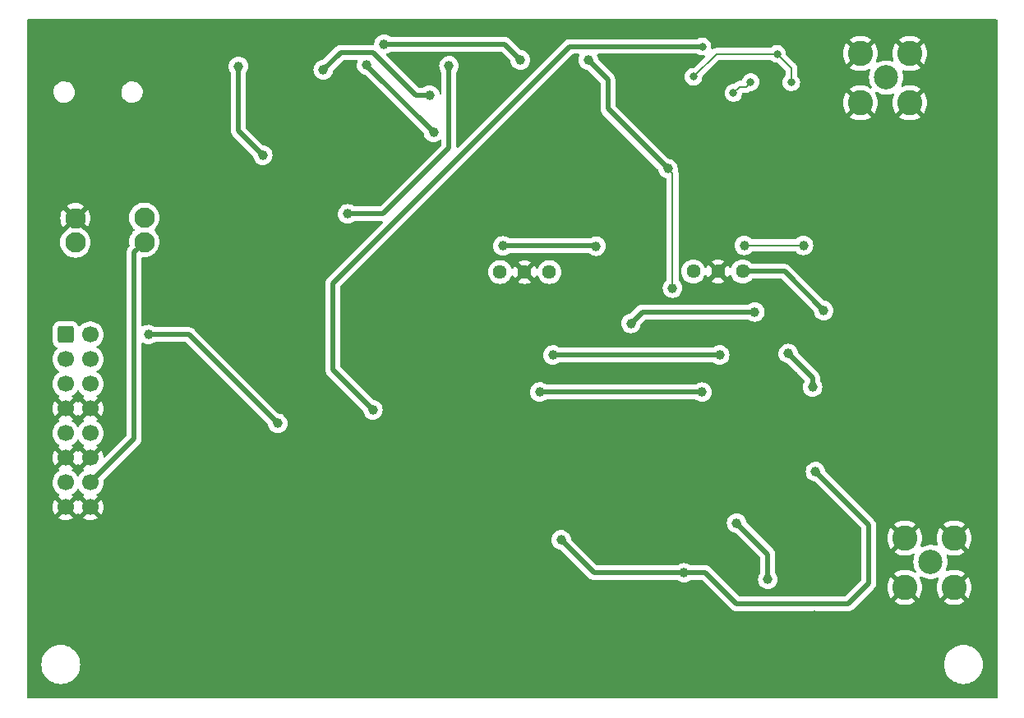
<source format=gbl>
G04 #@! TF.GenerationSoftware,KiCad,Pcbnew,7.0.1-3b83917a11~172~ubuntu22.04.1*
G04 #@! TF.CreationDate,2023-03-16T19:30:03-04:00*
G04 #@! TF.ProjectId,sdt_qse_1496,7364745f-7173-4655-9f31-3439362e6b69,2.0*
G04 #@! TF.SameCoordinates,Original*
G04 #@! TF.FileFunction,Copper,L2,Bot*
G04 #@! TF.FilePolarity,Positive*
%FSLAX46Y46*%
G04 Gerber Fmt 4.6, Leading zero omitted, Abs format (unit mm)*
G04 Created by KiCad (PCBNEW 7.0.1-3b83917a11~172~ubuntu22.04.1) date 2023-03-16 19:30:03*
%MOMM*%
%LPD*%
G01*
G04 APERTURE LIST*
G04 Aperture macros list*
%AMRoundRect*
0 Rectangle with rounded corners*
0 $1 Rounding radius*
0 $2 $3 $4 $5 $6 $7 $8 $9 X,Y pos of 4 corners*
0 Add a 4 corners polygon primitive as box body*
4,1,4,$2,$3,$4,$5,$6,$7,$8,$9,$2,$3,0*
0 Add four circle primitives for the rounded corners*
1,1,$1+$1,$2,$3*
1,1,$1+$1,$4,$5*
1,1,$1+$1,$6,$7*
1,1,$1+$1,$8,$9*
0 Add four rect primitives between the rounded corners*
20,1,$1+$1,$2,$3,$4,$5,0*
20,1,$1+$1,$4,$5,$6,$7,0*
20,1,$1+$1,$6,$7,$8,$9,0*
20,1,$1+$1,$8,$9,$2,$3,0*%
G04 Aperture macros list end*
G04 #@! TA.AperFunction,ComponentPad*
%ADD10RoundRect,0.250000X-0.600000X-0.600000X0.600000X-0.600000X0.600000X0.600000X-0.600000X0.600000X0*%
G04 #@! TD*
G04 #@! TA.AperFunction,ComponentPad*
%ADD11C,1.700000*%
G04 #@! TD*
G04 #@! TA.AperFunction,ComponentPad*
%ADD12C,2.100000*%
G04 #@! TD*
G04 #@! TA.AperFunction,ComponentPad*
%ADD13C,2.600000*%
G04 #@! TD*
G04 #@! TA.AperFunction,ComponentPad*
%ADD14C,2.500000*%
G04 #@! TD*
G04 #@! TA.AperFunction,ComponentPad*
%ADD15C,1.440000*%
G04 #@! TD*
G04 #@! TA.AperFunction,ViaPad*
%ADD16C,0.800000*%
G04 #@! TD*
G04 #@! TA.AperFunction,ViaPad*
%ADD17C,1.000000*%
G04 #@! TD*
G04 #@! TA.AperFunction,Conductor*
%ADD18C,0.200000*%
G04 #@! TD*
G04 #@! TA.AperFunction,Conductor*
%ADD19C,0.500000*%
G04 #@! TD*
G04 APERTURE END LIST*
D10*
X99000000Y-102500000D03*
D11*
X101540000Y-102500000D03*
X99000000Y-105040000D03*
X101540000Y-105040000D03*
X99000000Y-107580000D03*
X101540000Y-107580000D03*
X99000000Y-110120000D03*
X101540000Y-110120000D03*
X99000000Y-112660000D03*
X101540000Y-112660000D03*
X99000000Y-115200000D03*
X101540000Y-115200000D03*
X99000000Y-117740000D03*
X101540000Y-117740000D03*
X99000000Y-120280000D03*
X101540000Y-120280000D03*
D12*
X107100000Y-92950000D03*
X107100000Y-90450000D03*
D13*
X185460000Y-123460000D03*
X185460000Y-128540000D03*
X190540000Y-123460000D03*
X190540000Y-128540000D03*
D14*
X188100000Y-125925000D03*
D13*
X180885000Y-73535000D03*
X180885000Y-78615000D03*
X185965000Y-73535000D03*
X185965000Y-78615000D03*
D14*
X183525000Y-76000000D03*
D15*
X143750000Y-96050000D03*
X146290000Y-96050000D03*
X148830000Y-96050000D03*
D12*
X100000000Y-93000000D03*
X100000000Y-90500000D03*
D15*
X168740350Y-95986000D03*
X166200350Y-95986000D03*
X163660350Y-95986000D03*
D16*
X172300000Y-73570000D03*
X173750000Y-76500000D03*
X163675000Y-75925000D03*
D17*
X131600000Y-86550000D03*
X119300000Y-90150000D03*
X111550000Y-83300000D03*
X168600000Y-78900000D03*
X176900000Y-114850000D03*
X166300000Y-102925000D03*
X158500000Y-80800000D03*
X175850000Y-85250000D03*
X150950000Y-133325000D03*
X102700000Y-96250000D03*
X102875000Y-137750000D03*
X134850000Y-123975000D03*
X149750000Y-83850000D03*
X137650000Y-111825000D03*
X96800000Y-72090000D03*
X127500000Y-137550000D03*
X154250000Y-116100000D03*
X123800000Y-119625000D03*
X155000000Y-74200000D03*
X161300000Y-83325000D03*
X155525000Y-99575000D03*
X175300000Y-101200000D03*
X154625000Y-92025000D03*
X166500000Y-126450000D03*
X191490000Y-72530000D03*
X160900000Y-116900000D03*
X132525000Y-70775000D03*
X142425000Y-117625000D03*
X181800000Y-88875000D03*
X152000000Y-91150000D03*
X128475000Y-119500000D03*
X121950000Y-101350000D03*
X104125000Y-104975000D03*
X118450000Y-74350000D03*
X128650000Y-110500000D03*
X145175000Y-111125000D03*
X116250000Y-116025000D03*
X160200000Y-133050000D03*
X179000000Y-85950000D03*
X152450800Y-110794800D03*
X170050000Y-105800000D03*
X137075000Y-89325000D03*
X166500000Y-80500000D03*
X107550000Y-113200000D03*
X157500000Y-128700000D03*
X192990000Y-109980000D03*
X176275000Y-104675000D03*
X146150000Y-83250000D03*
X174000000Y-106800000D03*
X121900000Y-104950000D03*
X133250000Y-130750000D03*
X161250000Y-76650000D03*
X97750000Y-84325000D03*
X192875000Y-89975000D03*
X192550000Y-132800000D03*
X131250000Y-94700000D03*
X143050000Y-112850000D03*
X179575000Y-93275000D03*
X170200000Y-121150000D03*
X159200000Y-89300000D03*
X154075000Y-85950000D03*
X133451600Y-99161600D03*
X157050000Y-71050000D03*
X168500000Y-131675000D03*
X153400000Y-76850000D03*
X187925000Y-138050000D03*
X178600000Y-121150000D03*
X109000000Y-104350000D03*
X121000000Y-108950000D03*
X104100000Y-110950000D03*
X118600000Y-102540000D03*
X133553200Y-106603800D03*
X176150000Y-131450000D03*
X142450000Y-89200000D03*
X149025000Y-103025000D03*
X157925000Y-138775000D03*
X130475000Y-102325000D03*
X121850000Y-83800000D03*
X171900000Y-89850000D03*
X96400000Y-122625000D03*
X97175000Y-132475000D03*
X104400000Y-71675000D03*
X160225000Y-93900000D03*
X131750000Y-81800000D03*
X116125000Y-109375000D03*
X167125000Y-94150000D03*
X133700000Y-118250000D03*
X181100000Y-100300000D03*
X151125000Y-99800000D03*
X125450000Y-90300000D03*
X149000000Y-126900000D03*
X159150000Y-111950000D03*
X179600000Y-124750000D03*
X168950000Y-71550000D03*
X138550000Y-93350000D03*
X173975000Y-121100000D03*
X168700000Y-128650000D03*
X162700000Y-129100000D03*
X176525000Y-78525000D03*
X128200000Y-105400000D03*
X156700000Y-83100000D03*
X144425000Y-115500000D03*
X165700000Y-88100000D03*
X107537500Y-102500000D03*
X120850000Y-111650000D03*
X171350000Y-127725000D03*
X168125000Y-121925000D03*
X130650000Y-110250000D03*
D16*
X164600000Y-72800000D03*
D17*
X173450000Y-104450000D03*
X175945800Y-107924600D03*
X164575000Y-108425000D03*
X147850000Y-108410000D03*
X166375000Y-104600000D03*
X149205000Y-104605000D03*
X161050000Y-85400000D03*
X152850000Y-74200000D03*
X161525000Y-97700000D03*
X168925000Y-93300000D03*
X175019050Y-93306550D03*
X145850000Y-74200000D03*
X131800000Y-72550000D03*
X125550000Y-75200000D03*
X136500000Y-77800000D03*
D16*
X169575000Y-76475000D03*
X167800000Y-77600000D03*
D17*
X144050000Y-93350000D03*
X153650000Y-93375000D03*
X176250000Y-116625000D03*
X170000000Y-100150000D03*
X150050000Y-123650000D03*
X157225000Y-101350000D03*
X162700000Y-127050000D03*
X177100000Y-100025000D03*
X128050000Y-90050000D03*
X138500000Y-74800000D03*
X130000000Y-74700000D03*
X136900000Y-81650000D03*
X116800000Y-74850000D03*
X119300000Y-84000000D03*
D18*
X172300000Y-73570000D02*
X172300000Y-73575000D01*
X163675000Y-75925000D02*
X166030000Y-73570000D01*
X166030000Y-73570000D02*
X172300000Y-73570000D01*
X173750000Y-76500000D02*
X173750000Y-75025000D01*
X172300000Y-73575000D02*
X173750000Y-75025000D01*
D19*
X106050000Y-94000000D02*
X106050000Y-113230000D01*
X106050000Y-113230000D02*
X101540000Y-117740000D01*
X107100000Y-92950000D02*
X106050000Y-94000000D01*
X120850000Y-111650000D02*
X111700000Y-102500000D01*
X111700000Y-102500000D02*
X107537500Y-102500000D01*
X171350000Y-125150000D02*
X171350000Y-127725000D01*
X168125000Y-121925000D02*
X171350000Y-125150000D01*
X126525000Y-97225000D02*
X126525000Y-106125000D01*
X150950000Y-72800000D02*
X126525000Y-97225000D01*
X164600000Y-72800000D02*
X150950000Y-72800000D01*
X126525000Y-106125000D02*
X130650000Y-110250000D01*
X175950000Y-106950000D02*
X175950000Y-107895000D01*
X175950000Y-107895000D02*
X175945800Y-107899200D01*
X173450000Y-104450000D02*
X175950000Y-106950000D01*
X164575000Y-108425000D02*
X147865000Y-108425000D01*
D18*
X147865000Y-108425000D02*
X147850000Y-108410000D01*
X149210000Y-104600000D02*
X149205000Y-104605000D01*
D19*
X166375000Y-104600000D02*
X149210000Y-104600000D01*
X161050000Y-85400000D02*
X154862500Y-79212500D01*
D18*
X161525000Y-85875000D02*
X161050000Y-85400000D01*
D19*
X154862500Y-76212500D02*
X152850000Y-74200000D01*
X154862500Y-79212500D02*
X154862500Y-76212500D01*
D18*
X161525000Y-97700000D02*
X161525000Y-85875000D01*
X168925000Y-93300000D02*
X175012500Y-93300000D01*
X175012500Y-93300000D02*
X175019050Y-93306550D01*
D19*
X145850000Y-74200000D02*
X144200000Y-72550000D01*
X144200000Y-72550000D02*
X131800000Y-72550000D01*
X130650000Y-73400000D02*
X127350000Y-73400000D01*
X136500000Y-77800000D02*
X135050000Y-77800000D01*
X135050000Y-77800000D02*
X130650000Y-73400000D01*
X127350000Y-73400000D02*
X125550000Y-75200000D01*
D18*
X168450000Y-76950000D02*
X169100000Y-76950000D01*
X169100000Y-76950000D02*
X169575000Y-76475000D01*
X167800000Y-77600000D02*
X168450000Y-76950000D01*
D19*
X153625000Y-93350000D02*
X153650000Y-93375000D01*
X144050000Y-93350000D02*
X153625000Y-93350000D01*
X170000000Y-100150000D02*
X158425000Y-100150000D01*
X153425000Y-127025000D02*
X162675000Y-127025000D01*
X168085000Y-130225000D02*
X164880000Y-127020000D01*
X176250000Y-116650000D02*
X181750000Y-122150000D01*
X164875000Y-127025000D02*
X164880000Y-127020000D01*
X158425000Y-100150000D02*
X157225000Y-101350000D01*
X179625000Y-130225000D02*
X168085000Y-130225000D01*
X150050000Y-123650000D02*
X153425000Y-127025000D01*
X176250000Y-116625000D02*
X176250000Y-116650000D01*
X162725000Y-127025000D02*
X164875000Y-127025000D01*
X162700000Y-127050000D02*
X162725000Y-127025000D01*
X162675000Y-127025000D02*
X162700000Y-127050000D01*
X181750000Y-122150000D02*
X181750000Y-128100000D01*
X181750000Y-128100000D02*
X179625000Y-130225000D01*
X177100000Y-100025000D02*
X173061000Y-95986000D01*
X173061000Y-95986000D02*
X168740350Y-95986000D01*
X131700000Y-90050000D02*
X128050000Y-90050000D01*
X138500000Y-83250000D02*
X138500000Y-74800000D01*
X131700000Y-90050000D02*
X138500000Y-83250000D01*
X130000000Y-74750000D02*
X130000000Y-74700000D01*
X136900000Y-81650000D02*
X130000000Y-74750000D01*
X119300000Y-84000000D02*
X116800000Y-81500000D01*
X116800000Y-81500000D02*
X116800000Y-74850000D01*
G04 #@! TA.AperFunction,Conductor*
G36*
X194937500Y-70017113D02*
G01*
X194982887Y-70062500D01*
X194999500Y-70124500D01*
X194999500Y-139875500D01*
X194982887Y-139937500D01*
X194937500Y-139982887D01*
X194875500Y-139999500D01*
X95124500Y-139999500D01*
X95062500Y-139982887D01*
X95017113Y-139937500D01*
X95000500Y-139875500D01*
X95000500Y-136500000D01*
X96494389Y-136500000D01*
X96514804Y-136785429D01*
X96575629Y-137065041D01*
X96675634Y-137333163D01*
X96812772Y-137584313D01*
X96898517Y-137698855D01*
X96984261Y-137813395D01*
X97186605Y-138015739D01*
X97358414Y-138144354D01*
X97415686Y-138187227D01*
X97555435Y-138263535D01*
X97666839Y-138324367D01*
X97934954Y-138424369D01*
X97934957Y-138424369D01*
X97934958Y-138424370D01*
X97987217Y-138435738D01*
X98214572Y-138485196D01*
X98500000Y-138505610D01*
X98785428Y-138485196D01*
X99065046Y-138424369D01*
X99333161Y-138324367D01*
X99584315Y-138187226D01*
X99813395Y-138015739D01*
X100015739Y-137813395D01*
X100187226Y-137584315D01*
X100324367Y-137333161D01*
X100424369Y-137065046D01*
X100485196Y-136785428D01*
X100505610Y-136500000D01*
X100505610Y-136499999D01*
X189494389Y-136499999D01*
X189514804Y-136785429D01*
X189575629Y-137065041D01*
X189675634Y-137333163D01*
X189812772Y-137584313D01*
X189898517Y-137698855D01*
X189984261Y-137813395D01*
X190186605Y-138015739D01*
X190358414Y-138144354D01*
X190415686Y-138187227D01*
X190555435Y-138263535D01*
X190666839Y-138324367D01*
X190934954Y-138424369D01*
X190934957Y-138424369D01*
X190934958Y-138424370D01*
X190987217Y-138435738D01*
X191214572Y-138485196D01*
X191500000Y-138505610D01*
X191785428Y-138485196D01*
X192065046Y-138424369D01*
X192333161Y-138324367D01*
X192584315Y-138187226D01*
X192813395Y-138015739D01*
X193015739Y-137813395D01*
X193187226Y-137584315D01*
X193324367Y-137333161D01*
X193424369Y-137065046D01*
X193485196Y-136785428D01*
X193505610Y-136500000D01*
X193485196Y-136214572D01*
X193424369Y-135934954D01*
X193324367Y-135666839D01*
X193263535Y-135555435D01*
X193187227Y-135415686D01*
X193144354Y-135358414D01*
X193015739Y-135186605D01*
X192813395Y-134984261D01*
X192698854Y-134898517D01*
X192584313Y-134812772D01*
X192333163Y-134675634D01*
X192333162Y-134675633D01*
X192333161Y-134675633D01*
X192158123Y-134610347D01*
X192065041Y-134575629D01*
X191785429Y-134514804D01*
X191500000Y-134494389D01*
X191214570Y-134514804D01*
X190934958Y-134575629D01*
X190666836Y-134675634D01*
X190415686Y-134812772D01*
X190186602Y-134984263D01*
X189984263Y-135186602D01*
X189812772Y-135415686D01*
X189675634Y-135666836D01*
X189575629Y-135934958D01*
X189514804Y-136214570D01*
X189494389Y-136499999D01*
X100505610Y-136499999D01*
X100485196Y-136214572D01*
X100424369Y-135934954D01*
X100324367Y-135666839D01*
X100263535Y-135555435D01*
X100187227Y-135415686D01*
X100144354Y-135358414D01*
X100015739Y-135186605D01*
X99813395Y-134984261D01*
X99698854Y-134898517D01*
X99584313Y-134812772D01*
X99333163Y-134675634D01*
X99333162Y-134675633D01*
X99333161Y-134675633D01*
X99158123Y-134610347D01*
X99065041Y-134575629D01*
X98785429Y-134514804D01*
X98500000Y-134494389D01*
X98214570Y-134514804D01*
X97934958Y-134575629D01*
X97666836Y-134675634D01*
X97415686Y-134812772D01*
X97186602Y-134984263D01*
X96984263Y-135186602D01*
X96812772Y-135415686D01*
X96675634Y-135666836D01*
X96575629Y-135934958D01*
X96514804Y-136214570D01*
X96494389Y-136500000D01*
X95000500Y-136500000D01*
X95000500Y-123650000D01*
X149036620Y-123650000D01*
X149056091Y-123847698D01*
X149056092Y-123847701D01*
X149113759Y-124037804D01*
X149113761Y-124037807D01*
X149203544Y-124205782D01*
X149207405Y-124213004D01*
X149333432Y-124366568D01*
X149486996Y-124492595D01*
X149662196Y-124586241D01*
X149852299Y-124643908D01*
X149940067Y-124652552D01*
X149980929Y-124663860D01*
X150015593Y-124688274D01*
X152843196Y-127515877D01*
X152854977Y-127529509D01*
X152869530Y-127549057D01*
X152907933Y-127581281D01*
X152915908Y-127588589D01*
X152919900Y-127592581D01*
X152944471Y-127612009D01*
X152947266Y-127614286D01*
X152979033Y-127640941D01*
X153005360Y-127663032D01*
X153005361Y-127663032D01*
X153006258Y-127663785D01*
X153023032Y-127674471D01*
X153024094Y-127674966D01*
X153024095Y-127674967D01*
X153042394Y-127683500D01*
X153092830Y-127707019D01*
X153096077Y-127708591D01*
X153164867Y-127743139D01*
X153183644Y-127749665D01*
X153184791Y-127749902D01*
X153184794Y-127749903D01*
X153259150Y-127765256D01*
X153262571Y-127766014D01*
X153336344Y-127783500D01*
X153337487Y-127783771D01*
X153357272Y-127785792D01*
X153358437Y-127785758D01*
X153358442Y-127785759D01*
X153434292Y-127783552D01*
X153437899Y-127783500D01*
X161959696Y-127783500D01*
X162001470Y-127790749D01*
X162038361Y-127811647D01*
X162136996Y-127892595D01*
X162312196Y-127986241D01*
X162502299Y-128043908D01*
X162700000Y-128063380D01*
X162897701Y-128043908D01*
X163087804Y-127986241D01*
X163263004Y-127892595D01*
X163361638Y-127811647D01*
X163398530Y-127790749D01*
X163440304Y-127783500D01*
X164519457Y-127783500D01*
X164566910Y-127792939D01*
X164607138Y-127819819D01*
X167503196Y-130715877D01*
X167514977Y-130729509D01*
X167529531Y-130749058D01*
X167567947Y-130781293D01*
X167575911Y-130788592D01*
X167579900Y-130792582D01*
X167604483Y-130812019D01*
X167607267Y-130814286D01*
X167665360Y-130863032D01*
X167665363Y-130863033D01*
X167666261Y-130863787D01*
X167683034Y-130874472D01*
X167684091Y-130874965D01*
X167684094Y-130874967D01*
X167752852Y-130907028D01*
X167756034Y-130908569D01*
X167823812Y-130942609D01*
X167823815Y-130942609D01*
X167824859Y-130943134D01*
X167843642Y-130949664D01*
X167844791Y-130949901D01*
X167844793Y-130949902D01*
X167919116Y-130965247D01*
X167922549Y-130966009D01*
X167996344Y-130983500D01*
X167997483Y-130983770D01*
X168017269Y-130985791D01*
X168018437Y-130985757D01*
X168018442Y-130985758D01*
X168094257Y-130983552D01*
X168097864Y-130983500D01*
X179560706Y-130983500D01*
X179578676Y-130984809D01*
X179582114Y-130985312D01*
X179602789Y-130988341D01*
X179652726Y-130983971D01*
X179663533Y-130983500D01*
X179669178Y-130983500D01*
X179669180Y-130983500D01*
X179700364Y-130979854D01*
X179703858Y-130979497D01*
X179779426Y-130972887D01*
X179779429Y-130972885D01*
X179780594Y-130972784D01*
X179800015Y-130968478D01*
X179801110Y-130968079D01*
X179801113Y-130968079D01*
X179872414Y-130942126D01*
X179875708Y-130940981D01*
X179947738Y-130917114D01*
X179947742Y-130917111D01*
X179948863Y-130916740D01*
X179966751Y-130908080D01*
X179968375Y-130907012D01*
X180031103Y-130865753D01*
X180034129Y-130863826D01*
X180035416Y-130863032D01*
X180098651Y-130824030D01*
X180098655Y-130824025D01*
X180099650Y-130823412D01*
X180115069Y-130810853D01*
X180115870Y-130810003D01*
X180115874Y-130810001D01*
X180167962Y-130754789D01*
X180170408Y-130752271D01*
X180943977Y-129978702D01*
X184374848Y-129978702D01*
X184557479Y-130103217D01*
X184800542Y-130220270D01*
X185058339Y-130299791D01*
X185325109Y-130340000D01*
X185594891Y-130340000D01*
X185861660Y-130299791D01*
X186119460Y-130220270D01*
X186362523Y-130103217D01*
X186545150Y-129978702D01*
X189454848Y-129978702D01*
X189637479Y-130103217D01*
X189880542Y-130220270D01*
X190138339Y-130299791D01*
X190405109Y-130340000D01*
X190674891Y-130340000D01*
X190941660Y-130299791D01*
X191199460Y-130220270D01*
X191442523Y-130103217D01*
X191625150Y-129978702D01*
X190540000Y-128893553D01*
X189454848Y-129978702D01*
X186545150Y-129978702D01*
X185460000Y-128893553D01*
X184374848Y-129978702D01*
X180943977Y-129978702D01*
X182240881Y-128681798D01*
X182254506Y-128670023D01*
X182274058Y-128655469D01*
X182306288Y-128617056D01*
X182313576Y-128609103D01*
X182317581Y-128605100D01*
X182337047Y-128580479D01*
X182339295Y-128577721D01*
X182370948Y-128540000D01*
X182370949Y-128539999D01*
X183654952Y-128539999D01*
X183675113Y-128809026D01*
X183735146Y-129072049D01*
X183833708Y-129323178D01*
X183968598Y-129556816D01*
X184022295Y-129624150D01*
X185106447Y-128540001D01*
X185106447Y-128540000D01*
X184022295Y-127455848D01*
X183968598Y-127523182D01*
X183833708Y-127756821D01*
X183735146Y-128007950D01*
X183675113Y-128270973D01*
X183654952Y-128539999D01*
X182370949Y-128539999D01*
X182388032Y-128519640D01*
X182388032Y-128519639D01*
X182388787Y-128518740D01*
X182399468Y-128501974D01*
X182399965Y-128500906D01*
X182399967Y-128500905D01*
X182432034Y-128432136D01*
X182433562Y-128428978D01*
X182467609Y-128361188D01*
X182467610Y-128361182D01*
X182468137Y-128360134D01*
X182474666Y-128341352D01*
X182485682Y-128288003D01*
X182490244Y-128265905D01*
X182491021Y-128262401D01*
X182508771Y-128187512D01*
X182510792Y-128167727D01*
X182510758Y-128166562D01*
X182510759Y-128166558D01*
X182508551Y-128090706D01*
X182508500Y-128087102D01*
X182508500Y-127101296D01*
X184374848Y-127101296D01*
X185460000Y-128186447D01*
X186897703Y-129624151D01*
X186897704Y-129624150D01*
X186951400Y-129556818D01*
X187086291Y-129323178D01*
X187184853Y-129072049D01*
X187244886Y-128809026D01*
X187265047Y-128539999D01*
X187244886Y-128270973D01*
X187184853Y-128007950D01*
X187086291Y-127756821D01*
X186982181Y-127576496D01*
X186965582Y-127512641D01*
X186984084Y-127449311D01*
X187032448Y-127404435D01*
X187096983Y-127390718D01*
X187159419Y-127412042D01*
X187218285Y-127452176D01*
X187455746Y-127566532D01*
X187707600Y-127644218D01*
X187908316Y-127674471D01*
X187968218Y-127683500D01*
X187968219Y-127683500D01*
X188231781Y-127683500D01*
X188231782Y-127683500D01*
X188271063Y-127677579D01*
X188492400Y-127644218D01*
X188744254Y-127566532D01*
X188768953Y-127554637D01*
X188830167Y-127542579D01*
X188889507Y-127561858D01*
X188931947Y-127607595D01*
X188946740Y-127668209D01*
X188930142Y-127728355D01*
X188913709Y-127756819D01*
X188815146Y-128007950D01*
X188755113Y-128270973D01*
X188734952Y-128539999D01*
X188755113Y-128809026D01*
X188815146Y-129072049D01*
X188913708Y-129323178D01*
X189048598Y-129556816D01*
X189102295Y-129624150D01*
X190186447Y-128540000D01*
X190893553Y-128540000D01*
X191977703Y-129624151D01*
X191977704Y-129624150D01*
X192031400Y-129556818D01*
X192166291Y-129323178D01*
X192264853Y-129072049D01*
X192324886Y-128809026D01*
X192345047Y-128539999D01*
X192324886Y-128270973D01*
X192264853Y-128007950D01*
X192166291Y-127756821D01*
X192031398Y-127523178D01*
X191977704Y-127455847D01*
X190893553Y-128540000D01*
X190186447Y-128540000D01*
X190540000Y-128186447D01*
X191625150Y-127101296D01*
X191442519Y-126976780D01*
X191199460Y-126859729D01*
X190941660Y-126780208D01*
X190674891Y-126740000D01*
X190405109Y-126740000D01*
X190138339Y-126780208D01*
X189880544Y-126859728D01*
X189841506Y-126878528D01*
X189780288Y-126890585D01*
X189720949Y-126871304D01*
X189678511Y-126825566D01*
X189663719Y-126764951D01*
X189680316Y-126704810D01*
X189688796Y-126690124D01*
X189785087Y-126444780D01*
X189843735Y-126187826D01*
X189863431Y-125925000D01*
X189843735Y-125662174D01*
X189785087Y-125405220D01*
X189747703Y-125309967D01*
X189741293Y-125241612D01*
X189772233Y-125180324D01*
X189831038Y-125144890D01*
X189899681Y-125146174D01*
X190138339Y-125219791D01*
X190405109Y-125260000D01*
X190674891Y-125260000D01*
X190941660Y-125219791D01*
X191199460Y-125140270D01*
X191442523Y-125023217D01*
X191625150Y-124898702D01*
X190540000Y-123813553D01*
X190186447Y-123460000D01*
X190893553Y-123460000D01*
X191977703Y-124544151D01*
X191977704Y-124544150D01*
X192031400Y-124476818D01*
X192166291Y-124243178D01*
X192264853Y-123992049D01*
X192324886Y-123729026D01*
X192345047Y-123460000D01*
X192324886Y-123190973D01*
X192264853Y-122927950D01*
X192166291Y-122676821D01*
X192031398Y-122443178D01*
X191977704Y-122375847D01*
X190893553Y-123460000D01*
X190186447Y-123460000D01*
X189102295Y-122375848D01*
X189048598Y-122443182D01*
X188913708Y-122676821D01*
X188815146Y-122927950D01*
X188755113Y-123190973D01*
X188734952Y-123460000D01*
X188755113Y-123729026D01*
X188815146Y-123992049D01*
X188860967Y-124108797D01*
X188867377Y-124177152D01*
X188836438Y-124238440D01*
X188777633Y-124273874D01*
X188708990Y-124272590D01*
X188492401Y-124205782D01*
X188231782Y-124166500D01*
X188231781Y-124166500D01*
X187968219Y-124166500D01*
X187968218Y-124166500D01*
X187707598Y-124205782D01*
X187455747Y-124283467D01*
X187265350Y-124375158D01*
X187207838Y-124387382D01*
X187151161Y-124371741D01*
X187108061Y-124331749D01*
X187088227Y-124276399D01*
X187096120Y-124218135D01*
X187184853Y-123992047D01*
X187244886Y-123729026D01*
X187265047Y-123460000D01*
X187244886Y-123190973D01*
X187184853Y-122927950D01*
X187086291Y-122676821D01*
X186951398Y-122443178D01*
X186897704Y-122375847D01*
X185460000Y-123813553D01*
X184374848Y-124898702D01*
X184557479Y-125023217D01*
X184800542Y-125140270D01*
X185058339Y-125219791D01*
X185325109Y-125260000D01*
X185594891Y-125260000D01*
X185861660Y-125219791D01*
X186119457Y-125140270D01*
X186327330Y-125040164D01*
X186384841Y-125027939D01*
X186441518Y-125043581D01*
X186484619Y-125083573D01*
X186504453Y-125138922D01*
X186496560Y-125197186D01*
X186414913Y-125405217D01*
X186356264Y-125662175D01*
X186336568Y-125924999D01*
X186356264Y-126187824D01*
X186414913Y-126444780D01*
X186511204Y-126690124D01*
X186609021Y-126859549D01*
X186625620Y-126923404D01*
X186607118Y-126986734D01*
X186558754Y-127031610D01*
X186494218Y-127045327D01*
X186431782Y-127024003D01*
X186362519Y-126976780D01*
X186119460Y-126859729D01*
X185861660Y-126780208D01*
X185594891Y-126740000D01*
X185325109Y-126740000D01*
X185058339Y-126780208D01*
X184800542Y-126859729D01*
X184557476Y-126976783D01*
X184374848Y-127101296D01*
X182508500Y-127101296D01*
X182508500Y-123460000D01*
X183654952Y-123460000D01*
X183675113Y-123729026D01*
X183735146Y-123992049D01*
X183833708Y-124243178D01*
X183968598Y-124476816D01*
X184022295Y-124544150D01*
X185106447Y-123460001D01*
X185106447Y-123460000D01*
X184022295Y-122375848D01*
X183968598Y-122443182D01*
X183833708Y-122676821D01*
X183735146Y-122927950D01*
X183675113Y-123190973D01*
X183654952Y-123460000D01*
X182508500Y-123460000D01*
X182508500Y-122214295D01*
X182509809Y-122196325D01*
X182510346Y-122192652D01*
X182513341Y-122172211D01*
X182508971Y-122122273D01*
X182508500Y-122111467D01*
X182508500Y-122105824D01*
X182508500Y-122105820D01*
X182504851Y-122074608D01*
X182504499Y-122071161D01*
X182500137Y-122021296D01*
X184374848Y-122021296D01*
X185460000Y-123106447D01*
X185460001Y-123106447D01*
X186545150Y-122021296D01*
X189454848Y-122021296D01*
X190540000Y-123106447D01*
X190540001Y-123106447D01*
X191625150Y-122021296D01*
X191442519Y-121896780D01*
X191199460Y-121779729D01*
X190941660Y-121700208D01*
X190674891Y-121660000D01*
X190405109Y-121660000D01*
X190138339Y-121700208D01*
X189880542Y-121779729D01*
X189637476Y-121896783D01*
X189454848Y-122021296D01*
X186545150Y-122021296D01*
X186362519Y-121896780D01*
X186119460Y-121779729D01*
X185861660Y-121700208D01*
X185594891Y-121660000D01*
X185325109Y-121660000D01*
X185058339Y-121700208D01*
X184800542Y-121779729D01*
X184557476Y-121896783D01*
X184374848Y-122021296D01*
X182500137Y-122021296D01*
X182497887Y-121995574D01*
X182497785Y-121994407D01*
X182493481Y-121974994D01*
X182493079Y-121973890D01*
X182493079Y-121973887D01*
X182467120Y-121902566D01*
X182465981Y-121899290D01*
X182442114Y-121827262D01*
X182442113Y-121827261D01*
X182441742Y-121826140D01*
X182433078Y-121808245D01*
X182390754Y-121743895D01*
X182388815Y-121740852D01*
X182348412Y-121675347D01*
X182335849Y-121659925D01*
X182279826Y-121607071D01*
X182277238Y-121604557D01*
X177291005Y-116618324D01*
X177266591Y-116583660D01*
X177255283Y-116542797D01*
X177254302Y-116532841D01*
X177243908Y-116427299D01*
X177186241Y-116237196D01*
X177092595Y-116061996D01*
X176966568Y-115908432D01*
X176813004Y-115782405D01*
X176813003Y-115782404D01*
X176718390Y-115731833D01*
X176637804Y-115688759D01*
X176447701Y-115631092D01*
X176447698Y-115631091D01*
X176250000Y-115611620D01*
X176052301Y-115631091D01*
X175988931Y-115650314D01*
X175862196Y-115688759D01*
X175862192Y-115688760D01*
X175862192Y-115688761D01*
X175686996Y-115782404D01*
X175533432Y-115908432D01*
X175407404Y-116061996D01*
X175313761Y-116237192D01*
X175313759Y-116237196D01*
X175275314Y-116363931D01*
X175256091Y-116427301D01*
X175236620Y-116625000D01*
X175256091Y-116822698D01*
X175256092Y-116822701D01*
X175313759Y-117012804D01*
X175407405Y-117188004D01*
X175533432Y-117341568D01*
X175686996Y-117467595D01*
X175862196Y-117561241D01*
X176052299Y-117618908D01*
X176112333Y-117624820D01*
X176153196Y-117636128D01*
X176187861Y-117660542D01*
X180955181Y-122427862D01*
X180982061Y-122468090D01*
X180991500Y-122515543D01*
X180991500Y-127734457D01*
X180982061Y-127781910D01*
X180955181Y-127822138D01*
X179347138Y-129430181D01*
X179306910Y-129457061D01*
X179259457Y-129466500D01*
X168450543Y-129466500D01*
X168403090Y-129457061D01*
X168362862Y-129430181D01*
X165434499Y-126501818D01*
X165429549Y-126496571D01*
X165387682Y-126449525D01*
X165336087Y-126413397D01*
X165330304Y-126409091D01*
X165280908Y-126370034D01*
X165280906Y-126370033D01*
X165270524Y-126365191D01*
X165251811Y-126354387D01*
X165242433Y-126347820D01*
X165183908Y-126324569D01*
X165177287Y-126321713D01*
X165120210Y-126295097D01*
X165110671Y-126293127D01*
X165108984Y-126292779D01*
X165088289Y-126286584D01*
X165077648Y-126282357D01*
X165015343Y-126273229D01*
X165008244Y-126271977D01*
X164946558Y-126259240D01*
X164935098Y-126259573D01*
X164913535Y-126258317D01*
X164902211Y-126256658D01*
X164839484Y-126262146D01*
X164832316Y-126262564D01*
X164769321Y-126264398D01*
X164769319Y-126264398D01*
X164758785Y-126264705D01*
X164745151Y-126266500D01*
X163379379Y-126266500D01*
X163337605Y-126259251D01*
X163300714Y-126238353D01*
X163263003Y-126207404D01*
X163168390Y-126156833D01*
X163087804Y-126113759D01*
X162897701Y-126056092D01*
X162897698Y-126056091D01*
X162700000Y-126036620D01*
X162502301Y-126056091D01*
X162438931Y-126075314D01*
X162312196Y-126113759D01*
X162312192Y-126113760D01*
X162312192Y-126113761D01*
X162136996Y-126207404D01*
X162099286Y-126238353D01*
X162062395Y-126259251D01*
X162020621Y-126266500D01*
X153790543Y-126266500D01*
X153743090Y-126257061D01*
X153702862Y-126230181D01*
X151088274Y-123615593D01*
X151063860Y-123580929D01*
X151052552Y-123540066D01*
X151044666Y-123460001D01*
X151043908Y-123452299D01*
X150986241Y-123262196D01*
X150892595Y-123086996D01*
X150766568Y-122933432D01*
X150613004Y-122807405D01*
X150613003Y-122807404D01*
X150518390Y-122756833D01*
X150437804Y-122713759D01*
X150247701Y-122656092D01*
X150247698Y-122656091D01*
X150050000Y-122636620D01*
X149852301Y-122656091D01*
X149788931Y-122675314D01*
X149662196Y-122713759D01*
X149662192Y-122713760D01*
X149662192Y-122713761D01*
X149486996Y-122807404D01*
X149333432Y-122933432D01*
X149207404Y-123086996D01*
X149151828Y-123190973D01*
X149113759Y-123262196D01*
X149075314Y-123388931D01*
X149056091Y-123452301D01*
X149036620Y-123650000D01*
X95000500Y-123650000D01*
X95000500Y-121925000D01*
X167111620Y-121925000D01*
X167131091Y-122122698D01*
X167131092Y-122122701D01*
X167188759Y-122312804D01*
X167188761Y-122312807D01*
X167271760Y-122468090D01*
X167282405Y-122488004D01*
X167408432Y-122641568D01*
X167561996Y-122767595D01*
X167737196Y-122861241D01*
X167927299Y-122918908D01*
X168015067Y-122927552D01*
X168055929Y-122938860D01*
X168090593Y-122963274D01*
X170555181Y-125427862D01*
X170582061Y-125468090D01*
X170591500Y-125515543D01*
X170591500Y-127015158D01*
X170584251Y-127056932D01*
X170563353Y-127093823D01*
X170507404Y-127161996D01*
X170413761Y-127337192D01*
X170413759Y-127337196D01*
X170391055Y-127412042D01*
X170356091Y-127527301D01*
X170338236Y-127708591D01*
X170336620Y-127725000D01*
X170338354Y-127742609D01*
X170356091Y-127922698D01*
X170356092Y-127922701D01*
X170413759Y-128112804D01*
X170413761Y-128112807D01*
X170498301Y-128270973D01*
X170507405Y-128288004D01*
X170633432Y-128441568D01*
X170786996Y-128567595D01*
X170962196Y-128661241D01*
X171152299Y-128718908D01*
X171350000Y-128738380D01*
X171547701Y-128718908D01*
X171737804Y-128661241D01*
X171913004Y-128567595D01*
X172066568Y-128441568D01*
X172192595Y-128288004D01*
X172286241Y-128112804D01*
X172343908Y-127922701D01*
X172363380Y-127725000D01*
X172343908Y-127527299D01*
X172286241Y-127337196D01*
X172192595Y-127161996D01*
X172136647Y-127093823D01*
X172115749Y-127056932D01*
X172108500Y-127015158D01*
X172108500Y-125214295D01*
X172109809Y-125196325D01*
X172110346Y-125192652D01*
X172113341Y-125172211D01*
X172108971Y-125122273D01*
X172108500Y-125111467D01*
X172108500Y-125105824D01*
X172108500Y-125105820D01*
X172104851Y-125074608D01*
X172104499Y-125071161D01*
X172097887Y-124995574D01*
X172097785Y-124994407D01*
X172093481Y-124974994D01*
X172093079Y-124973890D01*
X172093079Y-124973887D01*
X172067120Y-124902566D01*
X172065981Y-124899290D01*
X172042114Y-124827262D01*
X172042113Y-124827261D01*
X172041742Y-124826140D01*
X172033078Y-124808245D01*
X171990754Y-124743895D01*
X171988815Y-124740852D01*
X171948412Y-124675347D01*
X171935849Y-124659925D01*
X171879826Y-124607071D01*
X171877238Y-124604557D01*
X169163274Y-121890593D01*
X169138860Y-121855929D01*
X169127552Y-121815066D01*
X169120542Y-121743895D01*
X169118908Y-121727299D01*
X169061241Y-121537196D01*
X168967595Y-121361996D01*
X168841568Y-121208432D01*
X168688004Y-121082405D01*
X168688003Y-121082404D01*
X168593390Y-121031833D01*
X168512804Y-120988759D01*
X168322701Y-120931092D01*
X168322698Y-120931091D01*
X168125000Y-120911620D01*
X167927301Y-120931091D01*
X167863931Y-120950314D01*
X167737196Y-120988759D01*
X167737192Y-120988760D01*
X167737192Y-120988761D01*
X167561996Y-121082404D01*
X167408432Y-121208432D01*
X167282404Y-121361996D01*
X167188761Y-121537192D01*
X167188759Y-121537196D01*
X167159043Y-121635157D01*
X167131091Y-121727301D01*
X167111620Y-121925000D01*
X95000500Y-121925000D01*
X95000500Y-121394925D01*
X98238625Y-121394925D01*
X98322420Y-121453599D01*
X98536507Y-121553430D01*
X98764681Y-121614569D01*
X99000000Y-121635157D01*
X99235318Y-121614569D01*
X99463492Y-121553430D01*
X99677576Y-121453600D01*
X99761373Y-121394925D01*
X100778625Y-121394925D01*
X100862420Y-121453599D01*
X101076507Y-121553430D01*
X101304681Y-121614569D01*
X101540000Y-121635157D01*
X101775318Y-121614569D01*
X102003492Y-121553430D01*
X102217576Y-121453600D01*
X102301373Y-121394925D01*
X101540000Y-120633553D01*
X100778625Y-121394925D01*
X99761373Y-121394925D01*
X99000000Y-120633553D01*
X98238625Y-121394925D01*
X95000500Y-121394925D01*
X95000500Y-120280000D01*
X97644842Y-120280000D01*
X97665430Y-120515318D01*
X97726569Y-120743492D01*
X97826400Y-120957580D01*
X97885073Y-121041373D01*
X98646447Y-120280001D01*
X99353553Y-120280001D01*
X100114925Y-121041373D01*
X100168424Y-120964969D01*
X100212742Y-120926103D01*
X100269999Y-120912092D01*
X100327256Y-120926103D01*
X100371574Y-120964969D01*
X100425072Y-121041373D01*
X100425073Y-121041373D01*
X101186447Y-120280001D01*
X101893553Y-120280001D01*
X102654925Y-121041373D01*
X102713600Y-120957576D01*
X102813430Y-120743492D01*
X102874569Y-120515318D01*
X102895157Y-120280000D01*
X102874569Y-120044681D01*
X102813430Y-119816507D01*
X102713599Y-119602421D01*
X102654926Y-119518626D01*
X102654925Y-119518625D01*
X101893553Y-120280000D01*
X101893553Y-120280001D01*
X101186447Y-120280001D01*
X101186447Y-120280000D01*
X100425072Y-119518625D01*
X100425072Y-119518626D01*
X100371574Y-119595030D01*
X100327256Y-119633896D01*
X100269999Y-119647907D01*
X100212742Y-119633896D01*
X100168424Y-119595030D01*
X100114925Y-119518626D01*
X100114925Y-119518625D01*
X99353553Y-120280000D01*
X99353553Y-120280001D01*
X98646447Y-120280001D01*
X98646447Y-120279999D01*
X97885073Y-119518625D01*
X97885072Y-119518625D01*
X97826399Y-119602422D01*
X97726569Y-119816507D01*
X97665430Y-120044681D01*
X97644842Y-120280000D01*
X95000500Y-120280000D01*
X95000500Y-117740000D01*
X97636843Y-117740000D01*
X97655435Y-117964363D01*
X97710705Y-118182618D01*
X97801138Y-118388788D01*
X97801140Y-118388791D01*
X97924278Y-118577268D01*
X98076760Y-118742906D01*
X98254424Y-118881189D01*
X98297697Y-118904607D01*
X98343336Y-118947156D01*
X98362475Y-119006546D01*
X98350266Y-119067738D01*
X98309801Y-119115237D01*
X98238625Y-119165072D01*
X99000000Y-119926447D01*
X99000001Y-119926447D01*
X99761373Y-119165073D01*
X99761373Y-119165072D01*
X99690198Y-119115235D01*
X99649733Y-119067736D01*
X99637525Y-119006544D01*
X99656665Y-118947154D01*
X99702299Y-118904608D01*
X99745576Y-118881189D01*
X99923240Y-118742906D01*
X100075722Y-118577268D01*
X100166190Y-118438795D01*
X100210982Y-118397561D01*
X100270000Y-118382616D01*
X100329018Y-118397561D01*
X100373809Y-118438795D01*
X100464278Y-118577268D01*
X100616760Y-118742906D01*
X100794424Y-118881189D01*
X100837697Y-118904607D01*
X100883336Y-118947156D01*
X100902475Y-119006546D01*
X100890266Y-119067738D01*
X100849801Y-119115237D01*
X100778625Y-119165072D01*
X101540000Y-119926447D01*
X101540001Y-119926447D01*
X102301373Y-119165073D01*
X102301373Y-119165072D01*
X102230198Y-119115235D01*
X102189733Y-119067736D01*
X102177525Y-119006544D01*
X102196665Y-118947154D01*
X102242299Y-118904608D01*
X102285576Y-118881189D01*
X102463240Y-118742906D01*
X102615722Y-118577268D01*
X102738860Y-118388791D01*
X102829296Y-118182616D01*
X102884564Y-117964368D01*
X102903156Y-117740000D01*
X102885674Y-117529029D01*
X102892826Y-117476113D01*
X102921567Y-117431112D01*
X106540881Y-113811798D01*
X106554506Y-113800023D01*
X106574058Y-113785469D01*
X106606288Y-113747056D01*
X106613576Y-113739103D01*
X106617580Y-113735101D01*
X106637043Y-113710485D01*
X106639245Y-113707781D01*
X106688032Y-113649640D01*
X106688033Y-113649636D01*
X106688791Y-113648734D01*
X106699468Y-113631975D01*
X106699965Y-113630907D01*
X106699967Y-113630906D01*
X106732040Y-113562121D01*
X106733538Y-113559026D01*
X106767609Y-113491188D01*
X106767610Y-113491180D01*
X106768140Y-113490127D01*
X106774662Y-113471363D01*
X106774900Y-113470210D01*
X106774902Y-113470206D01*
X106790251Y-113395865D01*
X106790996Y-113392503D01*
X106808500Y-113318656D01*
X106808500Y-113318651D01*
X106808770Y-113317512D01*
X106810791Y-113297730D01*
X106810757Y-113296562D01*
X106810758Y-113296558D01*
X106808552Y-113220742D01*
X106808500Y-113217136D01*
X106808500Y-103460750D01*
X106824609Y-103399631D01*
X106868751Y-103354392D01*
X106929456Y-103336787D01*
X106990951Y-103351390D01*
X107149696Y-103436241D01*
X107339799Y-103493908D01*
X107537500Y-103513380D01*
X107735201Y-103493908D01*
X107925304Y-103436241D01*
X108100504Y-103342595D01*
X108168676Y-103286647D01*
X108205568Y-103265749D01*
X108247342Y-103258500D01*
X111334457Y-103258500D01*
X111381910Y-103267939D01*
X111422138Y-103294819D01*
X119811724Y-111684405D01*
X119836137Y-111719068D01*
X119847446Y-111759930D01*
X119856092Y-111847704D01*
X119913758Y-112037803D01*
X120007404Y-112213003D01*
X120030003Y-112240539D01*
X120133432Y-112366568D01*
X120286996Y-112492595D01*
X120462196Y-112586241D01*
X120652299Y-112643908D01*
X120850000Y-112663380D01*
X121047701Y-112643908D01*
X121237804Y-112586241D01*
X121413004Y-112492595D01*
X121566568Y-112366568D01*
X121692595Y-112213004D01*
X121786241Y-112037804D01*
X121843908Y-111847701D01*
X121863380Y-111650000D01*
X121843908Y-111452299D01*
X121786241Y-111262196D01*
X121692595Y-111086996D01*
X121566568Y-110933432D01*
X121440539Y-110830003D01*
X121413003Y-110807404D01*
X121237803Y-110713758D01*
X121047704Y-110656092D01*
X120959930Y-110647446D01*
X120919068Y-110636137D01*
X120884405Y-110611724D01*
X112281804Y-102009123D01*
X112270021Y-101995489D01*
X112255467Y-101975939D01*
X112217061Y-101943712D01*
X112209087Y-101936405D01*
X112205100Y-101932418D01*
X112180514Y-101912978D01*
X112177756Y-101910733D01*
X112119640Y-101861968D01*
X112119638Y-101861966D01*
X112118743Y-101861216D01*
X112101965Y-101850526D01*
X112032159Y-101817974D01*
X112028917Y-101816404D01*
X111960144Y-101781866D01*
X111941349Y-101775333D01*
X111865926Y-101759759D01*
X111862406Y-101758979D01*
X111805845Y-101745574D01*
X111788656Y-101741500D01*
X111787508Y-101741228D01*
X111767727Y-101739207D01*
X111766558Y-101739241D01*
X111690706Y-101741448D01*
X111687102Y-101741500D01*
X108247342Y-101741500D01*
X108205568Y-101734251D01*
X108168677Y-101713353D01*
X108100503Y-101657404D01*
X107993797Y-101600369D01*
X107925304Y-101563759D01*
X107735201Y-101506092D01*
X107735198Y-101506091D01*
X107537500Y-101486620D01*
X107339801Y-101506091D01*
X107202645Y-101547697D01*
X107149696Y-101563759D01*
X106990951Y-101648609D01*
X106929456Y-101663213D01*
X106868751Y-101645608D01*
X106824609Y-101600369D01*
X106808500Y-101539250D01*
X106808500Y-94624520D01*
X106826773Y-94559730D01*
X106876205Y-94514035D01*
X106942228Y-94500902D01*
X107100000Y-94513319D01*
X107344557Y-94494072D01*
X107583092Y-94436805D01*
X107809732Y-94342927D01*
X108018896Y-94214752D01*
X108205433Y-94055433D01*
X108364752Y-93868896D01*
X108492927Y-93659732D01*
X108586805Y-93433092D01*
X108644072Y-93194557D01*
X108663319Y-92950000D01*
X108644072Y-92705443D01*
X108598809Y-92516907D01*
X108586805Y-92466907D01*
X108559308Y-92400525D01*
X108492927Y-92240268D01*
X108364752Y-92031104D01*
X108205433Y-91844567D01*
X108174020Y-91817738D01*
X108146565Y-91794288D01*
X108114488Y-91751912D01*
X108103098Y-91699998D01*
X108114489Y-91648084D01*
X108146565Y-91605711D01*
X108205433Y-91555433D01*
X108364752Y-91368896D01*
X108492927Y-91159732D01*
X108586805Y-90933092D01*
X108644072Y-90694557D01*
X108663319Y-90450000D01*
X108644072Y-90205443D01*
X108586805Y-89966908D01*
X108492927Y-89740268D01*
X108364752Y-89531104D01*
X108205433Y-89344567D01*
X108018896Y-89185248D01*
X107809732Y-89057073D01*
X107723376Y-89021303D01*
X107583092Y-88963194D01*
X107344558Y-88905928D01*
X107100000Y-88886681D01*
X106855441Y-88905928D01*
X106616907Y-88963194D01*
X106390268Y-89057073D01*
X106181103Y-89185248D01*
X105994567Y-89344567D01*
X105835248Y-89531103D01*
X105707073Y-89740268D01*
X105613194Y-89966907D01*
X105555928Y-90205441D01*
X105536681Y-90450000D01*
X105555928Y-90694558D01*
X105613194Y-90933092D01*
X105667162Y-91063379D01*
X105707073Y-91159732D01*
X105835248Y-91368896D01*
X105994567Y-91555433D01*
X106043372Y-91597117D01*
X106053434Y-91605711D01*
X106085511Y-91648087D01*
X106096901Y-91700000D01*
X106085511Y-91751913D01*
X106053434Y-91794289D01*
X105994568Y-91844566D01*
X105835248Y-92031103D01*
X105707073Y-92240268D01*
X105613194Y-92466907D01*
X105555928Y-92705441D01*
X105536681Y-92950000D01*
X105555928Y-93194560D01*
X105583194Y-93308135D01*
X105585168Y-93356002D01*
X105568849Y-93401044D01*
X105536674Y-93436539D01*
X105525943Y-93444528D01*
X105493714Y-93482936D01*
X105486418Y-93490900D01*
X105482418Y-93494900D01*
X105462984Y-93519478D01*
X105460710Y-93522270D01*
X105411220Y-93581251D01*
X105400521Y-93598044D01*
X105367982Y-93667824D01*
X105366427Y-93671037D01*
X105332896Y-93737807D01*
X105331862Y-93739866D01*
X105325332Y-93758654D01*
X105309759Y-93834072D01*
X105308979Y-93837591D01*
X105291228Y-93912488D01*
X105289207Y-93932272D01*
X105291448Y-94009293D01*
X105291500Y-94012899D01*
X105291500Y-112864457D01*
X105282061Y-112911910D01*
X105255181Y-112952138D01*
X103092213Y-115115104D01*
X103031370Y-115148484D01*
X102962121Y-115143945D01*
X102906156Y-115102909D01*
X102881004Y-115038230D01*
X102874569Y-114964681D01*
X102813430Y-114736507D01*
X102713599Y-114522421D01*
X102654926Y-114438626D01*
X102654925Y-114438625D01*
X101540000Y-115553553D01*
X100778625Y-116314925D01*
X100849801Y-116364763D01*
X100890265Y-116412261D01*
X100902474Y-116473452D01*
X100883336Y-116532841D01*
X100837698Y-116575392D01*
X100794422Y-116598812D01*
X100616760Y-116737094D01*
X100464279Y-116902730D01*
X100373809Y-117041205D01*
X100329017Y-117082438D01*
X100270000Y-117097383D01*
X100210983Y-117082438D01*
X100166191Y-117041205D01*
X100146043Y-117010367D01*
X100075722Y-116902732D01*
X99923240Y-116737094D01*
X99770646Y-116618324D01*
X99745575Y-116598810D01*
X99702302Y-116575392D01*
X99656663Y-116532842D01*
X99637525Y-116473452D01*
X99649734Y-116412261D01*
X99690198Y-116364763D01*
X99761373Y-116314925D01*
X99000000Y-115553553D01*
X98238625Y-116314925D01*
X98309801Y-116364763D01*
X98350265Y-116412261D01*
X98362474Y-116473452D01*
X98343336Y-116532841D01*
X98297698Y-116575392D01*
X98254422Y-116598812D01*
X98076760Y-116737094D01*
X97924279Y-116902730D01*
X97801138Y-117091211D01*
X97730000Y-117253393D01*
X97710704Y-117297384D01*
X97699515Y-117341568D01*
X97655435Y-117515636D01*
X97636843Y-117740000D01*
X95000500Y-117740000D01*
X95000500Y-115200000D01*
X97644842Y-115200000D01*
X97665430Y-115435318D01*
X97726569Y-115663492D01*
X97826400Y-115877580D01*
X97885073Y-115961373D01*
X98646447Y-115200001D01*
X99353553Y-115200001D01*
X100114925Y-115961373D01*
X100168424Y-115884969D01*
X100212742Y-115846103D01*
X100269999Y-115832092D01*
X100327256Y-115846103D01*
X100371574Y-115884969D01*
X100425072Y-115961373D01*
X100425073Y-115961373D01*
X101186447Y-115200001D01*
X101186447Y-115200000D01*
X100425072Y-114438625D01*
X100425072Y-114438626D01*
X100371574Y-114515030D01*
X100327256Y-114553896D01*
X100269999Y-114567907D01*
X100212742Y-114553896D01*
X100168424Y-114515030D01*
X100114925Y-114438626D01*
X100114925Y-114438625D01*
X99353553Y-115200000D01*
X99353553Y-115200001D01*
X98646447Y-115200001D01*
X98646447Y-115199999D01*
X97885073Y-114438625D01*
X97885072Y-114438625D01*
X97826399Y-114522422D01*
X97726569Y-114736507D01*
X97665430Y-114964681D01*
X97644842Y-115200000D01*
X95000500Y-115200000D01*
X95000500Y-112660000D01*
X97636843Y-112660000D01*
X97655435Y-112884363D01*
X97655435Y-112884366D01*
X97655436Y-112884368D01*
X97663400Y-112915819D01*
X97710705Y-113102618D01*
X97801138Y-113308788D01*
X97801140Y-113308791D01*
X97924278Y-113497268D01*
X98076760Y-113662906D01*
X98254424Y-113801189D01*
X98297697Y-113824607D01*
X98343336Y-113867156D01*
X98362475Y-113926546D01*
X98350266Y-113987738D01*
X98309801Y-114035237D01*
X98238625Y-114085072D01*
X99000000Y-114846447D01*
X99000001Y-114846447D01*
X99761373Y-114085073D01*
X99761373Y-114085072D01*
X99690198Y-114035235D01*
X99649733Y-113987736D01*
X99637525Y-113926544D01*
X99656665Y-113867154D01*
X99702299Y-113824608D01*
X99745576Y-113801189D01*
X99923240Y-113662906D01*
X100075722Y-113497268D01*
X100166190Y-113358795D01*
X100210982Y-113317561D01*
X100270000Y-113302616D01*
X100329018Y-113317561D01*
X100373809Y-113358795D01*
X100460305Y-113491188D01*
X100464278Y-113497268D01*
X100616760Y-113662906D01*
X100794424Y-113801189D01*
X100837697Y-113824607D01*
X100883336Y-113867156D01*
X100902475Y-113926546D01*
X100890266Y-113987738D01*
X100849801Y-114035237D01*
X100778625Y-114085072D01*
X101540000Y-114846447D01*
X101540001Y-114846447D01*
X102301373Y-114085073D01*
X102301373Y-114085072D01*
X102230198Y-114035235D01*
X102189733Y-113987736D01*
X102177525Y-113926544D01*
X102196665Y-113867154D01*
X102242299Y-113824608D01*
X102285576Y-113801189D01*
X102463240Y-113662906D01*
X102615722Y-113497268D01*
X102738860Y-113308791D01*
X102829296Y-113102616D01*
X102884564Y-112884368D01*
X102903156Y-112660000D01*
X102884564Y-112435632D01*
X102829296Y-112217384D01*
X102738860Y-112011209D01*
X102615722Y-111822732D01*
X102463240Y-111657094D01*
X102324955Y-111549462D01*
X102285575Y-111518810D01*
X102242302Y-111495392D01*
X102196663Y-111452842D01*
X102177525Y-111393452D01*
X102189734Y-111332261D01*
X102230198Y-111284763D01*
X102301373Y-111234925D01*
X101540000Y-110473553D01*
X100778625Y-111234925D01*
X100849801Y-111284763D01*
X100890265Y-111332261D01*
X100902474Y-111393452D01*
X100883336Y-111452841D01*
X100837698Y-111495392D01*
X100794422Y-111518812D01*
X100616760Y-111657094D01*
X100464279Y-111822730D01*
X100373809Y-111961205D01*
X100329017Y-112002438D01*
X100270000Y-112017383D01*
X100210983Y-112002438D01*
X100166191Y-111961205D01*
X100146043Y-111930367D01*
X100075722Y-111822732D01*
X99923240Y-111657094D01*
X99784955Y-111549462D01*
X99745575Y-111518810D01*
X99702302Y-111495392D01*
X99656663Y-111452842D01*
X99637525Y-111393452D01*
X99649734Y-111332261D01*
X99690198Y-111284763D01*
X99761373Y-111234925D01*
X99000000Y-110473553D01*
X98238625Y-111234925D01*
X98309801Y-111284763D01*
X98350265Y-111332261D01*
X98362474Y-111393452D01*
X98343336Y-111452841D01*
X98297698Y-111495392D01*
X98254422Y-111518812D01*
X98076760Y-111657094D01*
X97924279Y-111822730D01*
X97801138Y-112011211D01*
X97710705Y-112217381D01*
X97655435Y-112435636D01*
X97636843Y-112660000D01*
X95000500Y-112660000D01*
X95000500Y-110120000D01*
X97644842Y-110120000D01*
X97665430Y-110355318D01*
X97726569Y-110583492D01*
X97826400Y-110797580D01*
X97885073Y-110881373D01*
X98646447Y-110120001D01*
X99353553Y-110120001D01*
X100114925Y-110881373D01*
X100168424Y-110804969D01*
X100212742Y-110766103D01*
X100269999Y-110752092D01*
X100327256Y-110766103D01*
X100371574Y-110804969D01*
X100425072Y-110881373D01*
X100425073Y-110881373D01*
X101186447Y-110120001D01*
X101893553Y-110120001D01*
X102654925Y-110881373D01*
X102713600Y-110797576D01*
X102813430Y-110583492D01*
X102874569Y-110355318D01*
X102895157Y-110120000D01*
X102874569Y-109884681D01*
X102813430Y-109656507D01*
X102713599Y-109442421D01*
X102654926Y-109358626D01*
X102654925Y-109358625D01*
X101893553Y-110120000D01*
X101893553Y-110120001D01*
X101186447Y-110120001D01*
X101186447Y-110120000D01*
X100425072Y-109358625D01*
X100425072Y-109358626D01*
X100371574Y-109435030D01*
X100327256Y-109473896D01*
X100269999Y-109487907D01*
X100212742Y-109473896D01*
X100168424Y-109435030D01*
X100114925Y-109358626D01*
X100114925Y-109358625D01*
X99353553Y-110120000D01*
X99353553Y-110120001D01*
X98646447Y-110120001D01*
X98646447Y-110119999D01*
X97885073Y-109358625D01*
X97885072Y-109358625D01*
X97826399Y-109442422D01*
X97726569Y-109656507D01*
X97665430Y-109884681D01*
X97644842Y-110120000D01*
X95000500Y-110120000D01*
X95000500Y-107580000D01*
X97636843Y-107580000D01*
X97655435Y-107804363D01*
X97655435Y-107804366D01*
X97655436Y-107804368D01*
X97670029Y-107861996D01*
X97710705Y-108022618D01*
X97801138Y-108228788D01*
X97801140Y-108228791D01*
X97924278Y-108417268D01*
X98076760Y-108582906D01*
X98254424Y-108721189D01*
X98297697Y-108744607D01*
X98343336Y-108787156D01*
X98362475Y-108846546D01*
X98350266Y-108907738D01*
X98309801Y-108955237D01*
X98238625Y-109005072D01*
X99000000Y-109766447D01*
X99000001Y-109766447D01*
X99761373Y-109005073D01*
X99761373Y-109005072D01*
X99690198Y-108955235D01*
X99649733Y-108907736D01*
X99637525Y-108846544D01*
X99656665Y-108787154D01*
X99702299Y-108744608D01*
X99745576Y-108721189D01*
X99923240Y-108582906D01*
X100075722Y-108417268D01*
X100166190Y-108278795D01*
X100210982Y-108237561D01*
X100270000Y-108222616D01*
X100329018Y-108237561D01*
X100373809Y-108278795D01*
X100459529Y-108410000D01*
X100464278Y-108417268D01*
X100616760Y-108582906D01*
X100794424Y-108721189D01*
X100837697Y-108744607D01*
X100883336Y-108787156D01*
X100902475Y-108846546D01*
X100890266Y-108907738D01*
X100849801Y-108955237D01*
X100778625Y-109005072D01*
X101540000Y-109766447D01*
X101540001Y-109766447D01*
X102301373Y-109005073D01*
X102301373Y-109005072D01*
X102230198Y-108955235D01*
X102189733Y-108907736D01*
X102177525Y-108846544D01*
X102196665Y-108787154D01*
X102242299Y-108744608D01*
X102285576Y-108721189D01*
X102463240Y-108582906D01*
X102615722Y-108417268D01*
X102738860Y-108228791D01*
X102829296Y-108022616D01*
X102884564Y-107804368D01*
X102903156Y-107580000D01*
X102884564Y-107355632D01*
X102829296Y-107137384D01*
X102738860Y-106931209D01*
X102615722Y-106742732D01*
X102463240Y-106577094D01*
X102285576Y-106438811D01*
X102249067Y-106419053D01*
X102201563Y-106373474D01*
X102184086Y-106310000D01*
X102201563Y-106246526D01*
X102249067Y-106200946D01*
X102285576Y-106181189D01*
X102463240Y-106042906D01*
X102615722Y-105877268D01*
X102738860Y-105688791D01*
X102829296Y-105482616D01*
X102884564Y-105264368D01*
X102903156Y-105040000D01*
X102884564Y-104815632D01*
X102829296Y-104597384D01*
X102743725Y-104402301D01*
X102738861Y-104391211D01*
X102734294Y-104384220D01*
X102615722Y-104202732D01*
X102463240Y-104037094D01*
X102285576Y-103898811D01*
X102249067Y-103879053D01*
X102201563Y-103833474D01*
X102184086Y-103770000D01*
X102201563Y-103706526D01*
X102249067Y-103660946D01*
X102285576Y-103641189D01*
X102463240Y-103502906D01*
X102615722Y-103337268D01*
X102738860Y-103148791D01*
X102829296Y-102942616D01*
X102884564Y-102724368D01*
X102903156Y-102500000D01*
X102884564Y-102275632D01*
X102829296Y-102057384D01*
X102743579Y-101861968D01*
X102738861Y-101851211D01*
X102738860Y-101851209D01*
X102615722Y-101662732D01*
X102463240Y-101497094D01*
X102285576Y-101358811D01*
X102087574Y-101251658D01*
X102087573Y-101251657D01*
X102087572Y-101251657D01*
X101874636Y-101178556D01*
X101652569Y-101141500D01*
X101427431Y-101141500D01*
X101205363Y-101178556D01*
X100992427Y-101251657D01*
X100794424Y-101358811D01*
X100616760Y-101497094D01*
X100501182Y-101622643D01*
X100447465Y-101656849D01*
X100383854Y-101659881D01*
X100327127Y-101630940D01*
X100299964Y-101589449D01*
X100299723Y-101589598D01*
X100294199Y-101580643D01*
X100292247Y-101577660D01*
X100292115Y-101577262D01*
X100199030Y-101426348D01*
X100199029Y-101426347D01*
X100199028Y-101426345D01*
X100073654Y-101300971D01*
X99922736Y-101207884D01*
X99754426Y-101152112D01*
X99660173Y-101142483D01*
X99650544Y-101141500D01*
X98349455Y-101141500D01*
X98245574Y-101152112D01*
X98077263Y-101207884D01*
X97926345Y-101300971D01*
X97800971Y-101426345D01*
X97707884Y-101577263D01*
X97652112Y-101745573D01*
X97641500Y-101849455D01*
X97641500Y-103150544D01*
X97652112Y-103254425D01*
X97707884Y-103422736D01*
X97707885Y-103422738D01*
X97728458Y-103456092D01*
X97800971Y-103573654D01*
X97926345Y-103699028D01*
X97926347Y-103699029D01*
X97926348Y-103699030D01*
X98077262Y-103792115D01*
X98077357Y-103792146D01*
X98077857Y-103792481D01*
X98089598Y-103799723D01*
X98089327Y-103800161D01*
X98132327Y-103828951D01*
X98160551Y-103888784D01*
X98153993Y-103954614D01*
X98114519Y-104007704D01*
X98076759Y-104037095D01*
X97924279Y-104202730D01*
X97801138Y-104391211D01*
X97730000Y-104553393D01*
X97710704Y-104597384D01*
X97697963Y-104647698D01*
X97655435Y-104815636D01*
X97636843Y-105040000D01*
X97655435Y-105264363D01*
X97655435Y-105264366D01*
X97655436Y-105264368D01*
X97705954Y-105463860D01*
X97710705Y-105482618D01*
X97801138Y-105688788D01*
X97801140Y-105688791D01*
X97924278Y-105877268D01*
X98076760Y-106042906D01*
X98254424Y-106181189D01*
X98254426Y-106181190D01*
X98290931Y-106200946D01*
X98338436Y-106246527D01*
X98355913Y-106310000D01*
X98338436Y-106373473D01*
X98290931Y-106419054D01*
X98254426Y-106438809D01*
X98076760Y-106577094D01*
X97924279Y-106742730D01*
X97801138Y-106931211D01*
X97768658Y-107005260D01*
X97710704Y-107137384D01*
X97657757Y-107346467D01*
X97655435Y-107355636D01*
X97636843Y-107580000D01*
X95000500Y-107580000D01*
X95000500Y-93000000D01*
X98436681Y-93000000D01*
X98455928Y-93244558D01*
X98513194Y-93483092D01*
X98553485Y-93580360D01*
X98607073Y-93709732D01*
X98735248Y-93918896D01*
X98894567Y-94105433D01*
X99081104Y-94264752D01*
X99290268Y-94392927D01*
X99450525Y-94459308D01*
X99516907Y-94486805D01*
X99547173Y-94494071D01*
X99755443Y-94544072D01*
X100000000Y-94563319D01*
X100244557Y-94544072D01*
X100483092Y-94486805D01*
X100709732Y-94392927D01*
X100918896Y-94264752D01*
X101105433Y-94105433D01*
X101264752Y-93918896D01*
X101392927Y-93709732D01*
X101486805Y-93483092D01*
X101544072Y-93244557D01*
X101563319Y-93000000D01*
X101544072Y-92755443D01*
X101502776Y-92583432D01*
X101486805Y-92516907D01*
X101444079Y-92413759D01*
X101392927Y-92290268D01*
X101264752Y-92081104D01*
X101105433Y-91894567D01*
X100918896Y-91735248D01*
X100897298Y-91722013D01*
X100835331Y-91684039D01*
X100812440Y-91665993D01*
X100000000Y-90853553D01*
X99187557Y-91665994D01*
X99164667Y-91684040D01*
X99081103Y-91735248D01*
X98894567Y-91894567D01*
X98735248Y-92081103D01*
X98607073Y-92290268D01*
X98513194Y-92516907D01*
X98455928Y-92755441D01*
X98436681Y-93000000D01*
X95000500Y-93000000D01*
X95000500Y-90500000D01*
X98445207Y-90500000D01*
X98464349Y-90743224D01*
X98521303Y-90980457D01*
X98614669Y-91205862D01*
X98738504Y-91407942D01*
X99646447Y-90500001D01*
X100353553Y-90500001D01*
X101261494Y-91407942D01*
X101385329Y-91205862D01*
X101478696Y-90980457D01*
X101535650Y-90743224D01*
X101554792Y-90500000D01*
X101535650Y-90256775D01*
X101478696Y-90019542D01*
X101385329Y-89794137D01*
X101261494Y-89592056D01*
X100353553Y-90500000D01*
X100353553Y-90500001D01*
X99646447Y-90500001D01*
X99646447Y-90500000D01*
X98738504Y-89592056D01*
X98614669Y-89794137D01*
X98521303Y-90019542D01*
X98464349Y-90256775D01*
X98445207Y-90500000D01*
X95000500Y-90500000D01*
X95000500Y-89238504D01*
X99092056Y-89238504D01*
X100000000Y-90146447D01*
X100000001Y-90146447D01*
X100907942Y-89238504D01*
X100705862Y-89114669D01*
X100480457Y-89021303D01*
X100243224Y-88964349D01*
X100000000Y-88945207D01*
X99756775Y-88964349D01*
X99519542Y-89021303D01*
X99294137Y-89114669D01*
X99092056Y-89238504D01*
X95000500Y-89238504D01*
X95000500Y-77447398D01*
X97733246Y-77447398D01*
X97741927Y-77629638D01*
X97743246Y-77657330D01*
X97792797Y-77861580D01*
X97880102Y-78052752D01*
X97976273Y-78187804D01*
X98002014Y-78223952D01*
X98154122Y-78368986D01*
X98188560Y-78391118D01*
X98330925Y-78482612D01*
X98370080Y-78498287D01*
X98526043Y-78560725D01*
X98654728Y-78585527D01*
X98732414Y-78600500D01*
X98732415Y-78600500D01*
X98889920Y-78600500D01*
X98889925Y-78600500D01*
X99046718Y-78585528D01*
X99248375Y-78526316D01*
X99435182Y-78430011D01*
X99600386Y-78300092D01*
X99738019Y-78141256D01*
X99843104Y-77959244D01*
X99911844Y-77760633D01*
X99941754Y-77552602D01*
X99936743Y-77447398D01*
X104733246Y-77447398D01*
X104741927Y-77629638D01*
X104743246Y-77657330D01*
X104792797Y-77861580D01*
X104880102Y-78052752D01*
X104976273Y-78187804D01*
X105002014Y-78223952D01*
X105154122Y-78368986D01*
X105188560Y-78391118D01*
X105330925Y-78482612D01*
X105370080Y-78498287D01*
X105526043Y-78560725D01*
X105654728Y-78585527D01*
X105732414Y-78600500D01*
X105732415Y-78600500D01*
X105889920Y-78600500D01*
X105889925Y-78600500D01*
X106046718Y-78585528D01*
X106248375Y-78526316D01*
X106435182Y-78430011D01*
X106600386Y-78300092D01*
X106738019Y-78141256D01*
X106843104Y-77959244D01*
X106911844Y-77760633D01*
X106941754Y-77552602D01*
X106931754Y-77342670D01*
X106882204Y-77138424D01*
X106882202Y-77138419D01*
X106794897Y-76947247D01*
X106709297Y-76827040D01*
X106672986Y-76776048D01*
X106520878Y-76631014D01*
X106478635Y-76603866D01*
X106344074Y-76517387D01*
X106188109Y-76454949D01*
X106148957Y-76439275D01*
X106148956Y-76439274D01*
X106148954Y-76439274D01*
X105942586Y-76399500D01*
X105942585Y-76399500D01*
X105785075Y-76399500D01*
X105687079Y-76408857D01*
X105628279Y-76414472D01*
X105426626Y-76473683D01*
X105239815Y-76569990D01*
X105074615Y-76699906D01*
X104936979Y-76858745D01*
X104831896Y-77040754D01*
X104763155Y-77239366D01*
X104738307Y-77412196D01*
X104733246Y-77447398D01*
X99936743Y-77447398D01*
X99931754Y-77342670D01*
X99882204Y-77138424D01*
X99882202Y-77138419D01*
X99794897Y-76947247D01*
X99709297Y-76827040D01*
X99672986Y-76776048D01*
X99520878Y-76631014D01*
X99478635Y-76603866D01*
X99344074Y-76517387D01*
X99188109Y-76454949D01*
X99148957Y-76439275D01*
X99148956Y-76439274D01*
X99148954Y-76439274D01*
X98942586Y-76399500D01*
X98942585Y-76399500D01*
X98785075Y-76399500D01*
X98687079Y-76408857D01*
X98628279Y-76414472D01*
X98426626Y-76473683D01*
X98239815Y-76569990D01*
X98074615Y-76699906D01*
X97936979Y-76858745D01*
X97831896Y-77040754D01*
X97763155Y-77239366D01*
X97738307Y-77412196D01*
X97733246Y-77447398D01*
X95000500Y-77447398D01*
X95000500Y-74850000D01*
X115786620Y-74850000D01*
X115806091Y-75047698D01*
X115806092Y-75047701D01*
X115863759Y-75237804D01*
X115884736Y-75277049D01*
X115957404Y-75413003D01*
X116013353Y-75481177D01*
X116034251Y-75518068D01*
X116041500Y-75559842D01*
X116041500Y-81435706D01*
X116040191Y-81453676D01*
X116036659Y-81477789D01*
X116041028Y-81527726D01*
X116041500Y-81538533D01*
X116041500Y-81544181D01*
X116045139Y-81575322D01*
X116045505Y-81578905D01*
X116052214Y-81655582D01*
X116056523Y-81675017D01*
X116056920Y-81676109D01*
X116056921Y-81676113D01*
X116071358Y-81715779D01*
X116082855Y-81747367D01*
X116084037Y-81750771D01*
X116108251Y-81823843D01*
X116116922Y-81841754D01*
X116159245Y-81906103D01*
X116161178Y-81909138D01*
X116200970Y-81973651D01*
X116200972Y-81973653D01*
X116201589Y-81974653D01*
X116214153Y-81990075D01*
X116214997Y-81990871D01*
X116214999Y-81990874D01*
X116264741Y-82037803D01*
X116270173Y-82042928D01*
X116272760Y-82045441D01*
X118261724Y-84034405D01*
X118286137Y-84069068D01*
X118297446Y-84109930D01*
X118306092Y-84197704D01*
X118363758Y-84387803D01*
X118454411Y-84557404D01*
X118457405Y-84563004D01*
X118583432Y-84716568D01*
X118736996Y-84842595D01*
X118912196Y-84936241D01*
X119102299Y-84993908D01*
X119300000Y-85013380D01*
X119497701Y-84993908D01*
X119687804Y-84936241D01*
X119863004Y-84842595D01*
X120016568Y-84716568D01*
X120142595Y-84563004D01*
X120236241Y-84387804D01*
X120293908Y-84197701D01*
X120313380Y-84000000D01*
X120293908Y-83802299D01*
X120236241Y-83612196D01*
X120142595Y-83436996D01*
X120016568Y-83283432D01*
X119863004Y-83157405D01*
X119863003Y-83157404D01*
X119687803Y-83063758D01*
X119497704Y-83006092D01*
X119409930Y-82997446D01*
X119369068Y-82986137D01*
X119334405Y-82961724D01*
X117594819Y-81222138D01*
X117567939Y-81181910D01*
X117558500Y-81134457D01*
X117558500Y-75559842D01*
X117565749Y-75518068D01*
X117586647Y-75481177D01*
X117599534Y-75465474D01*
X117642595Y-75413004D01*
X117736241Y-75237804D01*
X117747709Y-75200000D01*
X124536620Y-75200000D01*
X124556091Y-75397698D01*
X124556092Y-75397701D01*
X124613759Y-75587804D01*
X124639649Y-75636241D01*
X124693598Y-75737174D01*
X124707405Y-75763004D01*
X124833432Y-75916568D01*
X124986996Y-76042595D01*
X125162196Y-76136241D01*
X125352299Y-76193908D01*
X125550000Y-76213380D01*
X125747701Y-76193908D01*
X125937804Y-76136241D01*
X126113004Y-76042595D01*
X126266568Y-75916568D01*
X126392595Y-75763004D01*
X126486241Y-75587804D01*
X126543908Y-75397701D01*
X126552552Y-75309931D01*
X126563860Y-75269069D01*
X126588271Y-75234408D01*
X127627861Y-74194819D01*
X127668090Y-74167939D01*
X127715543Y-74158500D01*
X128943188Y-74158500D01*
X128998940Y-74171740D01*
X129042786Y-74208633D01*
X129065362Y-74261301D01*
X129061849Y-74318491D01*
X129025356Y-74438794D01*
X129006091Y-74502301D01*
X128986620Y-74699999D01*
X129006091Y-74897698D01*
X129006092Y-74897701D01*
X129063759Y-75087804D01*
X129089649Y-75136241D01*
X129157404Y-75263003D01*
X129180003Y-75290540D01*
X129283432Y-75416568D01*
X129436996Y-75542595D01*
X129612196Y-75636241D01*
X129802299Y-75693908D01*
X129834602Y-75697089D01*
X129875465Y-75708397D01*
X129910130Y-75732811D01*
X135861724Y-81684405D01*
X135886137Y-81719068D01*
X135897446Y-81759930D01*
X135906092Y-81847704D01*
X135963758Y-82037803D01*
X135967157Y-82044163D01*
X136057405Y-82213004D01*
X136183432Y-82366568D01*
X136336996Y-82492595D01*
X136512196Y-82586241D01*
X136702299Y-82643908D01*
X136900000Y-82663380D01*
X137097701Y-82643908D01*
X137287804Y-82586241D01*
X137463004Y-82492595D01*
X137538834Y-82430362D01*
X137602321Y-82403148D01*
X137670517Y-82414120D01*
X137722262Y-82459875D01*
X137741500Y-82526215D01*
X137741500Y-82884457D01*
X137732061Y-82931910D01*
X137705181Y-82972138D01*
X131422138Y-89255181D01*
X131381910Y-89282061D01*
X131334457Y-89291500D01*
X128759842Y-89291500D01*
X128718068Y-89284251D01*
X128681177Y-89263353D01*
X128613003Y-89207404D01*
X128439506Y-89114669D01*
X128437804Y-89113759D01*
X128247701Y-89056092D01*
X128247698Y-89056091D01*
X128050000Y-89036620D01*
X127852301Y-89056091D01*
X127788931Y-89075314D01*
X127662196Y-89113759D01*
X127662192Y-89113760D01*
X127662192Y-89113761D01*
X127486996Y-89207404D01*
X127333432Y-89333432D01*
X127207404Y-89486996D01*
X127151249Y-89592056D01*
X127113759Y-89662196D01*
X127090076Y-89740268D01*
X127056091Y-89852301D01*
X127036620Y-90050000D01*
X127056091Y-90247698D01*
X127056092Y-90247701D01*
X127113759Y-90437804D01*
X127207405Y-90613004D01*
X127333432Y-90766568D01*
X127486996Y-90892595D01*
X127662196Y-90986241D01*
X127852299Y-91043908D01*
X128050000Y-91063380D01*
X128247701Y-91043908D01*
X128437804Y-90986241D01*
X128613004Y-90892595D01*
X128681176Y-90836647D01*
X128718068Y-90815749D01*
X128759842Y-90808500D01*
X131569456Y-90808500D01*
X131625751Y-90822015D01*
X131669774Y-90859615D01*
X131691929Y-90913102D01*
X131687387Y-90970818D01*
X131657137Y-91020181D01*
X126034122Y-96643195D01*
X126020493Y-96654974D01*
X126000941Y-96669531D01*
X125968714Y-96707936D01*
X125961418Y-96715900D01*
X125957418Y-96719900D01*
X125937984Y-96744478D01*
X125935710Y-96747270D01*
X125886220Y-96806251D01*
X125875521Y-96823044D01*
X125842982Y-96892824D01*
X125841427Y-96896037D01*
X125823393Y-96931948D01*
X125806862Y-96964866D01*
X125800332Y-96983654D01*
X125784759Y-97059072D01*
X125783979Y-97062591D01*
X125766228Y-97137488D01*
X125764207Y-97157272D01*
X125766448Y-97234293D01*
X125766500Y-97237899D01*
X125766500Y-106060706D01*
X125765191Y-106078676D01*
X125761659Y-106102789D01*
X125766028Y-106152726D01*
X125766500Y-106163533D01*
X125766500Y-106169181D01*
X125770139Y-106200322D01*
X125770505Y-106203905D01*
X125777214Y-106280582D01*
X125781523Y-106300017D01*
X125781920Y-106301109D01*
X125781921Y-106301113D01*
X125807855Y-106372367D01*
X125809037Y-106375771D01*
X125833251Y-106448843D01*
X125841922Y-106466754D01*
X125884245Y-106531103D01*
X125886178Y-106534138D01*
X125925970Y-106598651D01*
X125925972Y-106598653D01*
X125926589Y-106599653D01*
X125939153Y-106615075D01*
X125939997Y-106615871D01*
X125939999Y-106615874D01*
X125952070Y-106627262D01*
X125995173Y-106667928D01*
X125997760Y-106670441D01*
X129611724Y-110284405D01*
X129636137Y-110319068D01*
X129647446Y-110359930D01*
X129656092Y-110447704D01*
X129713758Y-110637803D01*
X129804411Y-110807404D01*
X129807405Y-110813004D01*
X129933432Y-110966568D01*
X130086996Y-111092595D01*
X130262196Y-111186241D01*
X130452299Y-111243908D01*
X130650000Y-111263380D01*
X130847701Y-111243908D01*
X131037804Y-111186241D01*
X131213004Y-111092595D01*
X131366568Y-110966568D01*
X131492595Y-110813004D01*
X131586241Y-110637804D01*
X131643908Y-110447701D01*
X131663380Y-110250000D01*
X131643908Y-110052299D01*
X131586241Y-109862196D01*
X131492595Y-109686996D01*
X131366568Y-109533432D01*
X131232468Y-109423379D01*
X131213003Y-109407404D01*
X131037803Y-109313758D01*
X130847704Y-109256092D01*
X130759930Y-109247446D01*
X130719068Y-109236137D01*
X130684405Y-109211724D01*
X129882681Y-108410000D01*
X146836620Y-108410000D01*
X146856091Y-108607698D01*
X146856092Y-108607701D01*
X146913759Y-108797804D01*
X146930082Y-108828342D01*
X146969155Y-108901444D01*
X147007405Y-108973004D01*
X147133432Y-109126568D01*
X147286996Y-109252595D01*
X147462196Y-109346241D01*
X147652299Y-109403908D01*
X147850000Y-109423380D01*
X148047701Y-109403908D01*
X148237804Y-109346241D01*
X148413004Y-109252595D01*
X148462898Y-109211647D01*
X148499790Y-109190749D01*
X148541564Y-109183500D01*
X163865158Y-109183500D01*
X163906932Y-109190749D01*
X163943823Y-109211647D01*
X164011996Y-109267595D01*
X164187196Y-109361241D01*
X164377299Y-109418908D01*
X164575000Y-109438380D01*
X164772701Y-109418908D01*
X164962804Y-109361241D01*
X165138004Y-109267595D01*
X165291568Y-109141568D01*
X165417595Y-108988004D01*
X165511241Y-108812804D01*
X165568908Y-108622701D01*
X165588380Y-108425000D01*
X165568908Y-108227299D01*
X165511241Y-108037196D01*
X165417595Y-107861996D01*
X165291568Y-107708432D01*
X165138004Y-107582405D01*
X165138003Y-107582404D01*
X165043390Y-107531833D01*
X164962804Y-107488759D01*
X164772701Y-107431092D01*
X164772698Y-107431091D01*
X164575000Y-107411620D01*
X164377301Y-107431091D01*
X164313931Y-107450314D01*
X164187196Y-107488759D01*
X164187192Y-107488760D01*
X164187192Y-107488761D01*
X164011996Y-107582404D01*
X163943823Y-107638353D01*
X163906932Y-107659251D01*
X163865158Y-107666500D01*
X148578119Y-107666500D01*
X148536345Y-107659251D01*
X148499454Y-107638353D01*
X148413003Y-107567404D01*
X148318390Y-107516833D01*
X148237804Y-107473759D01*
X148047701Y-107416092D01*
X148047698Y-107416091D01*
X147850000Y-107396620D01*
X147652301Y-107416091D01*
X147588931Y-107435314D01*
X147462196Y-107473759D01*
X147462192Y-107473760D01*
X147462192Y-107473761D01*
X147286996Y-107567404D01*
X147133432Y-107693432D01*
X147007404Y-107846996D01*
X146913761Y-108022192D01*
X146913759Y-108022196D01*
X146883393Y-108122301D01*
X146856091Y-108212301D01*
X146836620Y-108410000D01*
X129882681Y-108410000D01*
X127319819Y-105847138D01*
X127292939Y-105806910D01*
X127283500Y-105759457D01*
X127283500Y-104605000D01*
X148191620Y-104605000D01*
X148211091Y-104802698D01*
X148211092Y-104802701D01*
X148268759Y-104992804D01*
X148268761Y-104992807D01*
X148361636Y-105166567D01*
X148362405Y-105168004D01*
X148488432Y-105321568D01*
X148641996Y-105447595D01*
X148817196Y-105541241D01*
X149007299Y-105598908D01*
X149205000Y-105618380D01*
X149402701Y-105598908D01*
X149592804Y-105541241D01*
X149768004Y-105447595D01*
X149842268Y-105386647D01*
X149879160Y-105365749D01*
X149920934Y-105358500D01*
X165665158Y-105358500D01*
X165706932Y-105365749D01*
X165743823Y-105386647D01*
X165811996Y-105442595D01*
X165987196Y-105536241D01*
X166177299Y-105593908D01*
X166375000Y-105613380D01*
X166572701Y-105593908D01*
X166762804Y-105536241D01*
X166938004Y-105442595D01*
X167091568Y-105316568D01*
X167217595Y-105163004D01*
X167311241Y-104987804D01*
X167368908Y-104797701D01*
X167388380Y-104600000D01*
X167373606Y-104450000D01*
X172436620Y-104450000D01*
X172456091Y-104647698D01*
X172456092Y-104647701D01*
X172513759Y-104837804D01*
X172513761Y-104837807D01*
X172596609Y-104992807D01*
X172607405Y-105013004D01*
X172733432Y-105166568D01*
X172886996Y-105292595D01*
X173062196Y-105386241D01*
X173252299Y-105443908D01*
X173340067Y-105452552D01*
X173380929Y-105463860D01*
X173415593Y-105488274D01*
X175107444Y-107180125D01*
X175138423Y-107231809D01*
X175141381Y-107291994D01*
X175115620Y-107346467D01*
X175103204Y-107361596D01*
X175035235Y-107488759D01*
X175009559Y-107536796D01*
X174995724Y-107582404D01*
X174951891Y-107726901D01*
X174932420Y-107924599D01*
X174951891Y-108122298D01*
X174951892Y-108122301D01*
X175009559Y-108312404D01*
X175009561Y-108312407D01*
X175069742Y-108425000D01*
X175103205Y-108487604D01*
X175229232Y-108641168D01*
X175382796Y-108767195D01*
X175557996Y-108860841D01*
X175748099Y-108918508D01*
X175945800Y-108937980D01*
X176143501Y-108918508D01*
X176333604Y-108860841D01*
X176508804Y-108767195D01*
X176662368Y-108641168D01*
X176788395Y-108487604D01*
X176882041Y-108312404D01*
X176939708Y-108122301D01*
X176959180Y-107924600D01*
X176939708Y-107726899D01*
X176882041Y-107536796D01*
X176788395Y-107361596D01*
X176736647Y-107298541D01*
X176715749Y-107261650D01*
X176708500Y-107219876D01*
X176708500Y-107014295D01*
X176709809Y-106996325D01*
X176710346Y-106992652D01*
X176713341Y-106972211D01*
X176708971Y-106922273D01*
X176708500Y-106911467D01*
X176708500Y-106905824D01*
X176708500Y-106905820D01*
X176704851Y-106874608D01*
X176704499Y-106871161D01*
X176697887Y-106795574D01*
X176697785Y-106794407D01*
X176693481Y-106774994D01*
X176693079Y-106773890D01*
X176693079Y-106773887D01*
X176667120Y-106702566D01*
X176665981Y-106699290D01*
X176642114Y-106627262D01*
X176642113Y-106627261D01*
X176641742Y-106626140D01*
X176633078Y-106608245D01*
X176590754Y-106543895D01*
X176588815Y-106540852D01*
X176548412Y-106475347D01*
X176535849Y-106459925D01*
X176479826Y-106407071D01*
X176477238Y-106404557D01*
X174488274Y-104415593D01*
X174463860Y-104380929D01*
X174452552Y-104340066D01*
X174443908Y-104252301D01*
X174443908Y-104252299D01*
X174386241Y-104062196D01*
X174292595Y-103886996D01*
X174166568Y-103733432D01*
X174017497Y-103611092D01*
X174013003Y-103607404D01*
X173918390Y-103556833D01*
X173837804Y-103513759D01*
X173647701Y-103456092D01*
X173647698Y-103456091D01*
X173450000Y-103436620D01*
X173252301Y-103456091D01*
X173188931Y-103475314D01*
X173062196Y-103513759D01*
X173062192Y-103513760D01*
X173062192Y-103513761D01*
X172886996Y-103607404D01*
X172733432Y-103733432D01*
X172607404Y-103886996D01*
X172524556Y-104041996D01*
X172513759Y-104062196D01*
X172475314Y-104188931D01*
X172456091Y-104252301D01*
X172436620Y-104450000D01*
X167373606Y-104450000D01*
X167368908Y-104402299D01*
X167311241Y-104212196D01*
X167217595Y-104036996D01*
X167091568Y-103883432D01*
X166938004Y-103757405D01*
X166938003Y-103757404D01*
X166828788Y-103699028D01*
X166762804Y-103663759D01*
X166587192Y-103610487D01*
X166572698Y-103606091D01*
X166375000Y-103586620D01*
X166177301Y-103606091D01*
X166113931Y-103625314D01*
X165987196Y-103663759D01*
X165987192Y-103663760D01*
X165987192Y-103663761D01*
X165811996Y-103757404D01*
X165743823Y-103813353D01*
X165706932Y-103834251D01*
X165665158Y-103841500D01*
X149908749Y-103841500D01*
X149866975Y-103834251D01*
X149830084Y-103813353D01*
X149768003Y-103762404D01*
X149649437Y-103699030D01*
X149592804Y-103668759D01*
X149402701Y-103611092D01*
X149402698Y-103611091D01*
X149229247Y-103594008D01*
X149205000Y-103591620D01*
X149204999Y-103591620D01*
X149007301Y-103611091D01*
X148943931Y-103630314D01*
X148817196Y-103668759D01*
X148817192Y-103668760D01*
X148817192Y-103668761D01*
X148641996Y-103762404D01*
X148488432Y-103888432D01*
X148362404Y-104041996D01*
X148268761Y-104217192D01*
X148268759Y-104217196D01*
X148231487Y-104340066D01*
X148211091Y-104407301D01*
X148191620Y-104605000D01*
X127283500Y-104605000D01*
X127283500Y-101349999D01*
X156211620Y-101349999D01*
X156231091Y-101547698D01*
X156231092Y-101547701D01*
X156288759Y-101737804D01*
X156382405Y-101913004D01*
X156508432Y-102066568D01*
X156661996Y-102192595D01*
X156837196Y-102286241D01*
X157027299Y-102343908D01*
X157225000Y-102363380D01*
X157422701Y-102343908D01*
X157612804Y-102286241D01*
X157788004Y-102192595D01*
X157941568Y-102066568D01*
X158067595Y-101913004D01*
X158161241Y-101737804D01*
X158218908Y-101547701D01*
X158227552Y-101459931D01*
X158238860Y-101419069D01*
X158263271Y-101384408D01*
X158702861Y-100944819D01*
X158743090Y-100917939D01*
X158790543Y-100908500D01*
X169290158Y-100908500D01*
X169331932Y-100915749D01*
X169368823Y-100936647D01*
X169436996Y-100992595D01*
X169612196Y-101086241D01*
X169802299Y-101143908D01*
X170000000Y-101163380D01*
X170197701Y-101143908D01*
X170387804Y-101086241D01*
X170563004Y-100992595D01*
X170716568Y-100866568D01*
X170842595Y-100713004D01*
X170936241Y-100537804D01*
X170993908Y-100347701D01*
X171013380Y-100150000D01*
X170993908Y-99952299D01*
X170936241Y-99762196D01*
X170842595Y-99586996D01*
X170716568Y-99433432D01*
X170590539Y-99330003D01*
X170563003Y-99307404D01*
X170468390Y-99256833D01*
X170387804Y-99213759D01*
X170197701Y-99156092D01*
X170197698Y-99156091D01*
X170000000Y-99136620D01*
X169802301Y-99156091D01*
X169738931Y-99175314D01*
X169612196Y-99213759D01*
X169612192Y-99213760D01*
X169612192Y-99213761D01*
X169436996Y-99307404D01*
X169368823Y-99363353D01*
X169331932Y-99384251D01*
X169290158Y-99391500D01*
X158489294Y-99391500D01*
X158471324Y-99390191D01*
X158458501Y-99388312D01*
X158447211Y-99386659D01*
X158447210Y-99386659D01*
X158397274Y-99391028D01*
X158386467Y-99391500D01*
X158380819Y-99391500D01*
X158349677Y-99395139D01*
X158346093Y-99395505D01*
X158269410Y-99402214D01*
X158249989Y-99406519D01*
X158177660Y-99432844D01*
X158174259Y-99434026D01*
X158101153Y-99458252D01*
X158083242Y-99466924D01*
X158018924Y-99509226D01*
X158015885Y-99511162D01*
X157950360Y-99551579D01*
X157934916Y-99564160D01*
X157882052Y-99620191D01*
X157879541Y-99622776D01*
X157190593Y-100311724D01*
X157155930Y-100336137D01*
X157115068Y-100347446D01*
X157027296Y-100356092D01*
X156837196Y-100413758D01*
X156661996Y-100507404D01*
X156508432Y-100633432D01*
X156382404Y-100786996D01*
X156302415Y-100936647D01*
X156288759Y-100962196D01*
X156279538Y-100992595D01*
X156231091Y-101152301D01*
X156211620Y-101349999D01*
X127283500Y-101349999D01*
X127283500Y-97590543D01*
X127292939Y-97543090D01*
X127319819Y-97502862D01*
X128772682Y-96049999D01*
X142516806Y-96049999D01*
X142535541Y-96264139D01*
X142575194Y-96412127D01*
X142591178Y-96471777D01*
X142682024Y-96666597D01*
X142805319Y-96842681D01*
X142957319Y-96994681D01*
X143133403Y-97117976D01*
X143328223Y-97208822D01*
X143535858Y-97264458D01*
X143750000Y-97283193D01*
X143964142Y-97264458D01*
X144171777Y-97208822D01*
X144366597Y-97117976D01*
X144432853Y-97071583D01*
X145621967Y-97071583D01*
X145677670Y-97110587D01*
X145871138Y-97200802D01*
X146077342Y-97256055D01*
X146290000Y-97274660D01*
X146502657Y-97256055D01*
X146708861Y-97200802D01*
X146902325Y-97110589D01*
X146958030Y-97071583D01*
X146290001Y-96403553D01*
X146290000Y-96403553D01*
X145621967Y-97071583D01*
X144432853Y-97071583D01*
X144542681Y-96994681D01*
X144694681Y-96842681D01*
X144817976Y-96666597D01*
X144908822Y-96471777D01*
X144908822Y-96471776D01*
X144912307Y-96464303D01*
X144958064Y-96412127D01*
X145024689Y-96392707D01*
X145091314Y-96412127D01*
X145137071Y-96464303D01*
X145229409Y-96662325D01*
X145268415Y-96718030D01*
X145268416Y-96718031D01*
X145936447Y-96050001D01*
X146643553Y-96050001D01*
X147311583Y-96718030D01*
X147350589Y-96662325D01*
X147442928Y-96464303D01*
X147488685Y-96412127D01*
X147555310Y-96392707D01*
X147621935Y-96412126D01*
X147667692Y-96464302D01*
X147671178Y-96471777D01*
X147762024Y-96666597D01*
X147885319Y-96842681D01*
X148037319Y-96994681D01*
X148213403Y-97117976D01*
X148408223Y-97208822D01*
X148615858Y-97264458D01*
X148830000Y-97283193D01*
X149044142Y-97264458D01*
X149251777Y-97208822D01*
X149446597Y-97117976D01*
X149622681Y-96994681D01*
X149774681Y-96842681D01*
X149897976Y-96666597D01*
X149988822Y-96471777D01*
X150044458Y-96264142D01*
X150063193Y-96050000D01*
X150044458Y-95835858D01*
X149988822Y-95628223D01*
X149897976Y-95433404D01*
X149892960Y-95426240D01*
X149774683Y-95257321D01*
X149708543Y-95191181D01*
X149622681Y-95105319D01*
X149446597Y-94982024D01*
X149251778Y-94891178D01*
X149044139Y-94835541D01*
X148830000Y-94816806D01*
X148615860Y-94835541D01*
X148408221Y-94891178D01*
X148213402Y-94982024D01*
X148037317Y-95105319D01*
X147885319Y-95257317D01*
X147762024Y-95433402D01*
X147667692Y-95635697D01*
X147621935Y-95687873D01*
X147555310Y-95707292D01*
X147488685Y-95687872D01*
X147442928Y-95635697D01*
X147350586Y-95437669D01*
X147311583Y-95381967D01*
X146643553Y-96050000D01*
X146643553Y-96050001D01*
X145936447Y-96050001D01*
X145936447Y-96050000D01*
X145268414Y-95381967D01*
X145229412Y-95437670D01*
X145137071Y-95635697D01*
X145091314Y-95687873D01*
X145024689Y-95707292D01*
X144958064Y-95687873D01*
X144912307Y-95635697D01*
X144906793Y-95623873D01*
X144817976Y-95433404D01*
X144812960Y-95426240D01*
X144694683Y-95257321D01*
X144628543Y-95191181D01*
X144542681Y-95105319D01*
X144432849Y-95028414D01*
X145621967Y-95028414D01*
X146290000Y-95696447D01*
X146290001Y-95696447D01*
X146958031Y-95028416D01*
X146958030Y-95028415D01*
X146902326Y-94989410D01*
X146708861Y-94899197D01*
X146502657Y-94843944D01*
X146290000Y-94825339D01*
X146077342Y-94843944D01*
X145871138Y-94899197D01*
X145677672Y-94989411D01*
X145621967Y-95028414D01*
X144432849Y-95028414D01*
X144366597Y-94982024D01*
X144171778Y-94891178D01*
X143964139Y-94835541D01*
X143750000Y-94816806D01*
X143535860Y-94835541D01*
X143328221Y-94891178D01*
X143133402Y-94982024D01*
X142957317Y-95105319D01*
X142805319Y-95257317D01*
X142682024Y-95433402D01*
X142591178Y-95628221D01*
X142535541Y-95835860D01*
X142516806Y-96049999D01*
X128772682Y-96049999D01*
X131472681Y-93350000D01*
X143036620Y-93350000D01*
X143056091Y-93547698D01*
X143056092Y-93547701D01*
X143113759Y-93737804D01*
X143156833Y-93818390D01*
X143206517Y-93911344D01*
X143207405Y-93913004D01*
X143333432Y-94066568D01*
X143486996Y-94192595D01*
X143662196Y-94286241D01*
X143852299Y-94343908D01*
X144050000Y-94363380D01*
X144247701Y-94343908D01*
X144437804Y-94286241D01*
X144613004Y-94192595D01*
X144681176Y-94136647D01*
X144718068Y-94115749D01*
X144759842Y-94108500D01*
X152909696Y-94108500D01*
X152951470Y-94115749D01*
X152988361Y-94136647D01*
X153086996Y-94217595D01*
X153262196Y-94311241D01*
X153452299Y-94368908D01*
X153650000Y-94388380D01*
X153847701Y-94368908D01*
X154037804Y-94311241D01*
X154213004Y-94217595D01*
X154366568Y-94091568D01*
X154492595Y-93938004D01*
X154586241Y-93762804D01*
X154643908Y-93572701D01*
X154663380Y-93375000D01*
X154643908Y-93177299D01*
X154586241Y-92987196D01*
X154492595Y-92811996D01*
X154366568Y-92658432D01*
X154213004Y-92532405D01*
X154213003Y-92532404D01*
X154090465Y-92466907D01*
X154037804Y-92438759D01*
X153847701Y-92381092D01*
X153847698Y-92381091D01*
X153650000Y-92361620D01*
X153452301Y-92381091D01*
X153388931Y-92400314D01*
X153262196Y-92438759D01*
X153262192Y-92438760D01*
X153262192Y-92438761D01*
X153086996Y-92532404D01*
X153049286Y-92563353D01*
X153012395Y-92584251D01*
X152970621Y-92591500D01*
X144759842Y-92591500D01*
X144718068Y-92584251D01*
X144681177Y-92563353D01*
X144613003Y-92507404D01*
X144518390Y-92456833D01*
X144437804Y-92413759D01*
X144247701Y-92356092D01*
X144247698Y-92356091D01*
X144050000Y-92336620D01*
X143852301Y-92356091D01*
X143805425Y-92370311D01*
X143662196Y-92413759D01*
X143662192Y-92413760D01*
X143662192Y-92413761D01*
X143486996Y-92507404D01*
X143333432Y-92633432D01*
X143207404Y-92786996D01*
X143136983Y-92918746D01*
X143113759Y-92962196D01*
X143075314Y-93088931D01*
X143056091Y-93152301D01*
X143036620Y-93350000D01*
X131472681Y-93350000D01*
X151227862Y-73594819D01*
X151268090Y-73567939D01*
X151315543Y-73558500D01*
X151842481Y-73558500D01*
X151903600Y-73574609D01*
X151948839Y-73618751D01*
X151966444Y-73679457D01*
X151951838Y-73740953D01*
X151913759Y-73812196D01*
X151875314Y-73938931D01*
X151856091Y-74002301D01*
X151836620Y-74200000D01*
X151856091Y-74397698D01*
X151856092Y-74397701D01*
X151913759Y-74587804D01*
X152007405Y-74763004D01*
X152133432Y-74916568D01*
X152286996Y-75042595D01*
X152462196Y-75136241D01*
X152652299Y-75193908D01*
X152740067Y-75202552D01*
X152780929Y-75213860D01*
X152815593Y-75238274D01*
X154067681Y-76490362D01*
X154094561Y-76530590D01*
X154104000Y-76578043D01*
X154104000Y-79148206D01*
X154102691Y-79166176D01*
X154099159Y-79190289D01*
X154103528Y-79240226D01*
X154104000Y-79251033D01*
X154104000Y-79256681D01*
X154107639Y-79287822D01*
X154108005Y-79291405D01*
X154114714Y-79368082D01*
X154119023Y-79387517D01*
X154119420Y-79388609D01*
X154119421Y-79388613D01*
X154145355Y-79459867D01*
X154146537Y-79463271D01*
X154170751Y-79536343D01*
X154179422Y-79554254D01*
X154221745Y-79618603D01*
X154223678Y-79621638D01*
X154263470Y-79686151D01*
X154263472Y-79686153D01*
X154264089Y-79687153D01*
X154276653Y-79702575D01*
X154277497Y-79703371D01*
X154277499Y-79703374D01*
X154332673Y-79755428D01*
X154335260Y-79757941D01*
X160011724Y-85434405D01*
X160036137Y-85469068D01*
X160047446Y-85509930D01*
X160056092Y-85597704D01*
X160113758Y-85787803D01*
X160186024Y-85923004D01*
X160207405Y-85963004D01*
X160333432Y-86116568D01*
X160486996Y-86242595D01*
X160662196Y-86336241D01*
X160828497Y-86386687D01*
X160874259Y-86412120D01*
X160905447Y-86454172D01*
X160916500Y-86505348D01*
X160916500Y-96836095D01*
X160904595Y-96889112D01*
X160871165Y-96931948D01*
X160808432Y-96983431D01*
X160682404Y-97136996D01*
X160614275Y-97264458D01*
X160588759Y-97312196D01*
X160550314Y-97438931D01*
X160531091Y-97502301D01*
X160511620Y-97700000D01*
X160531091Y-97897698D01*
X160531092Y-97897701D01*
X160588759Y-98087804D01*
X160682405Y-98263004D01*
X160808432Y-98416568D01*
X160961996Y-98542595D01*
X161137196Y-98636241D01*
X161327299Y-98693908D01*
X161525000Y-98713380D01*
X161722701Y-98693908D01*
X161912804Y-98636241D01*
X162088004Y-98542595D01*
X162241568Y-98416568D01*
X162367595Y-98263004D01*
X162461241Y-98087804D01*
X162518908Y-97897701D01*
X162538380Y-97700000D01*
X162518908Y-97502299D01*
X162461241Y-97312196D01*
X162367595Y-97136996D01*
X162241568Y-96983432D01*
X162230893Y-96974671D01*
X162178835Y-96931948D01*
X162145405Y-96889112D01*
X162133500Y-96836095D01*
X162133500Y-95986000D01*
X162427156Y-95986000D01*
X162445891Y-96200139D01*
X162501528Y-96407778D01*
X162531372Y-96471778D01*
X162592374Y-96602597D01*
X162715669Y-96778681D01*
X162867669Y-96930681D01*
X163043753Y-97053976D01*
X163238573Y-97144822D01*
X163446208Y-97200458D01*
X163660350Y-97219193D01*
X163874492Y-97200458D01*
X164082127Y-97144822D01*
X164276947Y-97053976D01*
X164343203Y-97007583D01*
X165532317Y-97007583D01*
X165588020Y-97046587D01*
X165781488Y-97136802D01*
X165987692Y-97192055D01*
X166200350Y-97210660D01*
X166413007Y-97192055D01*
X166619211Y-97136802D01*
X166812675Y-97046589D01*
X166868380Y-97007583D01*
X166200351Y-96339553D01*
X166200350Y-96339553D01*
X165532317Y-97007583D01*
X164343203Y-97007583D01*
X164453031Y-96930681D01*
X164605031Y-96778681D01*
X164728326Y-96602597D01*
X164819172Y-96407777D01*
X164819172Y-96407776D01*
X164822657Y-96400303D01*
X164868414Y-96348127D01*
X164935039Y-96328707D01*
X165001664Y-96348127D01*
X165047421Y-96400303D01*
X165139759Y-96598325D01*
X165178765Y-96654030D01*
X165178766Y-96654031D01*
X165846797Y-95986001D01*
X166553903Y-95986001D01*
X167221933Y-96654030D01*
X167260939Y-96598325D01*
X167353278Y-96400303D01*
X167399035Y-96348127D01*
X167465660Y-96328707D01*
X167532285Y-96348126D01*
X167578042Y-96400302D01*
X167611372Y-96471778D01*
X167672374Y-96602597D01*
X167795669Y-96778681D01*
X167947669Y-96930681D01*
X168123753Y-97053976D01*
X168318573Y-97144822D01*
X168526208Y-97200458D01*
X168740350Y-97219193D01*
X168954492Y-97200458D01*
X169162127Y-97144822D01*
X169356947Y-97053976D01*
X169533031Y-96930681D01*
X169682893Y-96780819D01*
X169723121Y-96753939D01*
X169770574Y-96744500D01*
X172695457Y-96744500D01*
X172742910Y-96753939D01*
X172783138Y-96780819D01*
X176061724Y-100059405D01*
X176086137Y-100094068D01*
X176097446Y-100134930D01*
X176106092Y-100222704D01*
X176163758Y-100412803D01*
X176230572Y-100537804D01*
X176257405Y-100588004D01*
X176383432Y-100741568D01*
X176536996Y-100867595D01*
X176712196Y-100961241D01*
X176902299Y-101018908D01*
X177100000Y-101038380D01*
X177297701Y-101018908D01*
X177487804Y-100961241D01*
X177663004Y-100867595D01*
X177816568Y-100741568D01*
X177942595Y-100588004D01*
X178036241Y-100412804D01*
X178093908Y-100222701D01*
X178113380Y-100025000D01*
X178093908Y-99827299D01*
X178036241Y-99637196D01*
X177942595Y-99461996D01*
X177816568Y-99308432D01*
X177663004Y-99182405D01*
X177663003Y-99182404D01*
X177487803Y-99088758D01*
X177297704Y-99031092D01*
X177209930Y-99022446D01*
X177169068Y-99011137D01*
X177134405Y-98986724D01*
X173642804Y-95495123D01*
X173631021Y-95481489D01*
X173616467Y-95461939D01*
X173578061Y-95429712D01*
X173570087Y-95422405D01*
X173566100Y-95418418D01*
X173541514Y-95398978D01*
X173538756Y-95396733D01*
X173480640Y-95347968D01*
X173480638Y-95347966D01*
X173479743Y-95347216D01*
X173462965Y-95336526D01*
X173393159Y-95303974D01*
X173389917Y-95302404D01*
X173321144Y-95267866D01*
X173302349Y-95261333D01*
X173226926Y-95245759D01*
X173223406Y-95244979D01*
X173148508Y-95227228D01*
X173128727Y-95225207D01*
X173127558Y-95225241D01*
X173051706Y-95227448D01*
X173048102Y-95227500D01*
X169770574Y-95227500D01*
X169723121Y-95218061D01*
X169682893Y-95191181D01*
X169533031Y-95041319D01*
X169356947Y-94918024D01*
X169162128Y-94827178D01*
X168954489Y-94771541D01*
X168740350Y-94752806D01*
X168526210Y-94771541D01*
X168318571Y-94827178D01*
X168123752Y-94918024D01*
X167947667Y-95041319D01*
X167795669Y-95193317D01*
X167672374Y-95369402D01*
X167578042Y-95571697D01*
X167532285Y-95623873D01*
X167465660Y-95643292D01*
X167399035Y-95623872D01*
X167353278Y-95571697D01*
X167260936Y-95373669D01*
X167221933Y-95317967D01*
X166553903Y-95986000D01*
X166553903Y-95986001D01*
X165846797Y-95986001D01*
X165846797Y-95986000D01*
X165178764Y-95317967D01*
X165139762Y-95373670D01*
X165047421Y-95571697D01*
X165001664Y-95623873D01*
X164935039Y-95643292D01*
X164868414Y-95623873D01*
X164822657Y-95571697D01*
X164728325Y-95369402D01*
X164605033Y-95193321D01*
X164602893Y-95191181D01*
X164453031Y-95041319D01*
X164343199Y-94964414D01*
X165532317Y-94964414D01*
X166200350Y-95632447D01*
X166200351Y-95632447D01*
X166868381Y-94964416D01*
X166868380Y-94964415D01*
X166812676Y-94925410D01*
X166619211Y-94835197D01*
X166413007Y-94779944D01*
X166200350Y-94761339D01*
X165987692Y-94779944D01*
X165781488Y-94835197D01*
X165588022Y-94925411D01*
X165532317Y-94964414D01*
X164343199Y-94964414D01*
X164276947Y-94918024D01*
X164276946Y-94918023D01*
X164082128Y-94827178D01*
X163874489Y-94771541D01*
X163660350Y-94752806D01*
X163446210Y-94771541D01*
X163238571Y-94827178D01*
X163043752Y-94918024D01*
X162867667Y-95041319D01*
X162715669Y-95193317D01*
X162592374Y-95369402D01*
X162501528Y-95564221D01*
X162445891Y-95771860D01*
X162427156Y-95986000D01*
X162133500Y-95986000D01*
X162133500Y-93299999D01*
X167911620Y-93299999D01*
X167931091Y-93497698D01*
X167931092Y-93497701D01*
X167988759Y-93687804D01*
X168026629Y-93758654D01*
X168068821Y-93837591D01*
X168082405Y-93863004D01*
X168208432Y-94016568D01*
X168361996Y-94142595D01*
X168537196Y-94236241D01*
X168727299Y-94293908D01*
X168925000Y-94313380D01*
X169122701Y-94293908D01*
X169312804Y-94236241D01*
X169488004Y-94142595D01*
X169641568Y-94016568D01*
X169693050Y-93953835D01*
X169735888Y-93920405D01*
X169788905Y-93908500D01*
X174149770Y-93908500D01*
X174202787Y-93920405D01*
X174245622Y-93953834D01*
X174302482Y-94023118D01*
X174456046Y-94149145D01*
X174631246Y-94242791D01*
X174821349Y-94300458D01*
X175019050Y-94319930D01*
X175216751Y-94300458D01*
X175406854Y-94242791D01*
X175582054Y-94149145D01*
X175735618Y-94023118D01*
X175861645Y-93869554D01*
X175955291Y-93694354D01*
X176012958Y-93504251D01*
X176032430Y-93306550D01*
X176012958Y-93108849D01*
X175955291Y-92918746D01*
X175861645Y-92743546D01*
X175735618Y-92589982D01*
X175582054Y-92463955D01*
X175582053Y-92463954D01*
X175487440Y-92413383D01*
X175406854Y-92370309D01*
X175216751Y-92312642D01*
X175216748Y-92312641D01*
X175019050Y-92293170D01*
X174821351Y-92312641D01*
X174757981Y-92331864D01*
X174631246Y-92370309D01*
X174631242Y-92370310D01*
X174631242Y-92370311D01*
X174456046Y-92463954D01*
X174302482Y-92589981D01*
X174256374Y-92646165D01*
X174213538Y-92679595D01*
X174160521Y-92691500D01*
X169788905Y-92691500D01*
X169735888Y-92679595D01*
X169693052Y-92646165D01*
X169641568Y-92583432D01*
X169488003Y-92457404D01*
X169393390Y-92406833D01*
X169312804Y-92363759D01*
X169122701Y-92306092D01*
X169122698Y-92306091D01*
X168949247Y-92289008D01*
X168925000Y-92286620D01*
X168924999Y-92286620D01*
X168727301Y-92306091D01*
X168663931Y-92325314D01*
X168537196Y-92363759D01*
X168537192Y-92363760D01*
X168537192Y-92363761D01*
X168361996Y-92457404D01*
X168208432Y-92583432D01*
X168082404Y-92736996D01*
X167988761Y-92912192D01*
X167988759Y-92912196D01*
X167966008Y-92987196D01*
X167931091Y-93102301D01*
X167911620Y-93299999D01*
X162133500Y-93299999D01*
X162133500Y-85923004D01*
X162134561Y-85906818D01*
X162138750Y-85874999D01*
X162134561Y-85843182D01*
X162134559Y-85843166D01*
X162133500Y-85835122D01*
X162133500Y-85835115D01*
X162117838Y-85716150D01*
X162060569Y-85577891D01*
X162051728Y-85518290D01*
X162063380Y-85400000D01*
X162043908Y-85202299D01*
X161986241Y-85012196D01*
X161892595Y-84836996D01*
X161766568Y-84683432D01*
X161640539Y-84580003D01*
X161613003Y-84557404D01*
X161437803Y-84463758D01*
X161247704Y-84406092D01*
X161159930Y-84397446D01*
X161119068Y-84386137D01*
X161084405Y-84361724D01*
X156776383Y-80053702D01*
X179799848Y-80053702D01*
X179982479Y-80178217D01*
X180225542Y-80295270D01*
X180483339Y-80374791D01*
X180750109Y-80415000D01*
X181019891Y-80415000D01*
X181286660Y-80374791D01*
X181544460Y-80295270D01*
X181787523Y-80178217D01*
X181970150Y-80053702D01*
X184879848Y-80053702D01*
X185062479Y-80178217D01*
X185305542Y-80295270D01*
X185563339Y-80374791D01*
X185830109Y-80415000D01*
X186099891Y-80415000D01*
X186366660Y-80374791D01*
X186624460Y-80295270D01*
X186867523Y-80178217D01*
X187050150Y-80053702D01*
X185965000Y-78968553D01*
X184879848Y-80053702D01*
X181970150Y-80053702D01*
X180885000Y-78968553D01*
X179799848Y-80053702D01*
X156776383Y-80053702D01*
X155657319Y-78934638D01*
X155630439Y-78894410D01*
X155621000Y-78846957D01*
X155621000Y-78615000D01*
X179079952Y-78615000D01*
X179100113Y-78884026D01*
X179160146Y-79147049D01*
X179258708Y-79398178D01*
X179393598Y-79631816D01*
X179447295Y-79699150D01*
X180531447Y-78615000D01*
X179447295Y-77530848D01*
X179393598Y-77598182D01*
X179258708Y-77831821D01*
X179160146Y-78082950D01*
X179100113Y-78345973D01*
X179079952Y-78615000D01*
X155621000Y-78615000D01*
X155621000Y-77600000D01*
X166886496Y-77600000D01*
X166906458Y-77789929D01*
X166965472Y-77971556D01*
X167060957Y-78136941D01*
X167090355Y-78169591D01*
X167188747Y-78278866D01*
X167304551Y-78363003D01*
X167343248Y-78391118D01*
X167517714Y-78468795D01*
X167704511Y-78508500D01*
X167704513Y-78508500D01*
X167895487Y-78508500D01*
X167895489Y-78508500D01*
X168082285Y-78468795D01*
X168082286Y-78468794D01*
X168082288Y-78468794D01*
X168256752Y-78391118D01*
X168411253Y-78278866D01*
X168539040Y-78136944D01*
X168587649Y-78052752D01*
X168634527Y-77971556D01*
X168645635Y-77937368D01*
X168693542Y-77789928D01*
X168706195Y-77669536D01*
X168726715Y-77613160D01*
X168771302Y-77573014D01*
X168829516Y-77558500D01*
X169051995Y-77558500D01*
X169068179Y-77559560D01*
X169100000Y-77563750D01*
X169131821Y-77559560D01*
X169131833Y-77559560D01*
X169139884Y-77558500D01*
X169139885Y-77558500D01*
X169239456Y-77545391D01*
X169258851Y-77542838D01*
X169406876Y-77481524D01*
X169475684Y-77428725D01*
X169501228Y-77409125D01*
X169536856Y-77390081D01*
X169576715Y-77383500D01*
X169670489Y-77383500D01*
X169857285Y-77343795D01*
X169857286Y-77343794D01*
X169857288Y-77343794D01*
X170031752Y-77266118D01*
X170186253Y-77153866D01*
X170314040Y-77011944D01*
X170321858Y-76998404D01*
X170409527Y-76846556D01*
X170426670Y-76793795D01*
X170468542Y-76664928D01*
X170488504Y-76475000D01*
X170468542Y-76285072D01*
X170430607Y-76168320D01*
X170409527Y-76103443D01*
X170314042Y-75938058D01*
X170294442Y-75916291D01*
X170186253Y-75796134D01*
X170031752Y-75683882D01*
X170031751Y-75683881D01*
X169857285Y-75606204D01*
X169670489Y-75566500D01*
X169670487Y-75566500D01*
X169479513Y-75566500D01*
X169479511Y-75566500D01*
X169292714Y-75606204D01*
X169118248Y-75683881D01*
X168963748Y-75796133D01*
X168835957Y-75938058D01*
X168740472Y-76103443D01*
X168719393Y-76168320D01*
X168690962Y-76255820D01*
X168665183Y-76300472D01*
X168623468Y-76330780D01*
X168573033Y-76341500D01*
X168498005Y-76341500D01*
X168481820Y-76340439D01*
X168450000Y-76336249D01*
X168418180Y-76340439D01*
X168418166Y-76340439D01*
X168321696Y-76353139D01*
X168310543Y-76354608D01*
X168310532Y-76354608D01*
X168291149Y-76357161D01*
X168143126Y-76418474D01*
X168116018Y-76439275D01*
X168048468Y-76491109D01*
X168048465Y-76491111D01*
X168048467Y-76491109D01*
X168016010Y-76516014D01*
X167996471Y-76541478D01*
X167985780Y-76553670D01*
X167884270Y-76655181D01*
X167844041Y-76682061D01*
X167796588Y-76691500D01*
X167704511Y-76691500D01*
X167517714Y-76731204D01*
X167343248Y-76808881D01*
X167188748Y-76921133D01*
X167060957Y-77063058D01*
X166965472Y-77228443D01*
X166906458Y-77410070D01*
X166886496Y-77600000D01*
X155621000Y-77600000D01*
X155621000Y-76276795D01*
X155622309Y-76258825D01*
X155622846Y-76255152D01*
X155625841Y-76234711D01*
X155621471Y-76184773D01*
X155621000Y-76173967D01*
X155621000Y-76168324D01*
X155621000Y-76168320D01*
X155617351Y-76137108D01*
X155616999Y-76133661D01*
X155610387Y-76058074D01*
X155610285Y-76056907D01*
X155605981Y-76037494D01*
X155605579Y-76036390D01*
X155605579Y-76036387D01*
X155579620Y-75965066D01*
X155578481Y-75961790D01*
X155554614Y-75889762D01*
X155554613Y-75889761D01*
X155554242Y-75888640D01*
X155545578Y-75870745D01*
X155503254Y-75806395D01*
X155501315Y-75803352D01*
X155460912Y-75737847D01*
X155448349Y-75722425D01*
X155392326Y-75669571D01*
X155389738Y-75667057D01*
X153888274Y-74165593D01*
X153863860Y-74130929D01*
X153852552Y-74090066D01*
X153843908Y-74002301D01*
X153843908Y-74002299D01*
X153786241Y-73812196D01*
X153748161Y-73740953D01*
X153733556Y-73679457D01*
X153751161Y-73618751D01*
X153796400Y-73574609D01*
X153857519Y-73558500D01*
X164058063Y-73558500D01*
X164096381Y-73564569D01*
X164130948Y-73582182D01*
X164143246Y-73591117D01*
X164317714Y-73668795D01*
X164504511Y-73708500D01*
X164504513Y-73708500D01*
X164695483Y-73708500D01*
X164695487Y-73708500D01*
X164712036Y-73704982D01*
X164774894Y-73707945D01*
X164828207Y-73741386D01*
X164858236Y-73796692D01*
X164857248Y-73859617D01*
X164825497Y-73913953D01*
X163759270Y-74980181D01*
X163719042Y-75007061D01*
X163671589Y-75016500D01*
X163579511Y-75016500D01*
X163392714Y-75056204D01*
X163218248Y-75133881D01*
X163063748Y-75246133D01*
X162935957Y-75388058D01*
X162840472Y-75553443D01*
X162781458Y-75735070D01*
X162762858Y-75912037D01*
X162761496Y-75925000D01*
X162765354Y-75961703D01*
X162781458Y-76114929D01*
X162840472Y-76296556D01*
X162935957Y-76461941D01*
X162961548Y-76490362D01*
X163063747Y-76603866D01*
X163195934Y-76699906D01*
X163218248Y-76716118D01*
X163392714Y-76793795D01*
X163579511Y-76833500D01*
X163579513Y-76833500D01*
X163770487Y-76833500D01*
X163770489Y-76833500D01*
X163957285Y-76793795D01*
X163957286Y-76793794D01*
X163957288Y-76793794D01*
X164131752Y-76716118D01*
X164286253Y-76603866D01*
X164414040Y-76461944D01*
X164439137Y-76418476D01*
X164509527Y-76296556D01*
X164529622Y-76234710D01*
X164568542Y-76114928D01*
X164588504Y-75925000D01*
X164588503Y-75924997D01*
X164589866Y-75912037D01*
X164592443Y-75912307D01*
X164596078Y-75881561D01*
X164625287Y-75835260D01*
X166245729Y-74214818D01*
X166285957Y-74187939D01*
X166333410Y-74178500D01*
X171570181Y-74178500D01*
X171620617Y-74189220D01*
X171662330Y-74219527D01*
X171688747Y-74248866D01*
X171784584Y-74318496D01*
X171843248Y-74361118D01*
X172017714Y-74438795D01*
X172204511Y-74478500D01*
X172204513Y-74478500D01*
X172291589Y-74478500D01*
X172339042Y-74487939D01*
X172379270Y-74514819D01*
X173105181Y-75240730D01*
X173132061Y-75280958D01*
X173141500Y-75328411D01*
X173141500Y-75770477D01*
X173133264Y-75814915D01*
X173109650Y-75853449D01*
X173010959Y-75963055D01*
X172915472Y-76128443D01*
X172856458Y-76310070D01*
X172837509Y-76490362D01*
X172836496Y-76500000D01*
X172841533Y-76547926D01*
X172856458Y-76689929D01*
X172915472Y-76871556D01*
X173010957Y-77036941D01*
X173014392Y-77040756D01*
X173138747Y-77178866D01*
X173258839Y-77266118D01*
X173293248Y-77291118D01*
X173467714Y-77368795D01*
X173654511Y-77408500D01*
X173654513Y-77408500D01*
X173845487Y-77408500D01*
X173845489Y-77408500D01*
X174032285Y-77368795D01*
X174032286Y-77368794D01*
X174032288Y-77368794D01*
X174206752Y-77291118D01*
X174361253Y-77178866D01*
X174363567Y-77176296D01*
X179799848Y-77176296D01*
X180885000Y-78261447D01*
X182322703Y-79699151D01*
X182322704Y-79699150D01*
X182376400Y-79631818D01*
X182511291Y-79398178D01*
X182609853Y-79147049D01*
X182669886Y-78884026D01*
X182690047Y-78615000D01*
X182669886Y-78345973D01*
X182609853Y-78082950D01*
X182511291Y-77831821D01*
X182407181Y-77651496D01*
X182390582Y-77587641D01*
X182409084Y-77524311D01*
X182457448Y-77479435D01*
X182521983Y-77465718D01*
X182584419Y-77487042D01*
X182643285Y-77527176D01*
X182880746Y-77641532D01*
X183132600Y-77719218D01*
X183346964Y-77751528D01*
X183393218Y-77758500D01*
X183393219Y-77758500D01*
X183656781Y-77758500D01*
X183656782Y-77758500D01*
X183696063Y-77752579D01*
X183917400Y-77719218D01*
X184169254Y-77641532D01*
X184193953Y-77629637D01*
X184255167Y-77617579D01*
X184314507Y-77636858D01*
X184356947Y-77682595D01*
X184371740Y-77743209D01*
X184355142Y-77803355D01*
X184338709Y-77831819D01*
X184240146Y-78082950D01*
X184180113Y-78345973D01*
X184159952Y-78615000D01*
X184180113Y-78884026D01*
X184240146Y-79147049D01*
X184338708Y-79398178D01*
X184473598Y-79631816D01*
X184527295Y-79699150D01*
X185611446Y-78615001D01*
X186318553Y-78615001D01*
X187402703Y-79699151D01*
X187402704Y-79699150D01*
X187456400Y-79631818D01*
X187591291Y-79398178D01*
X187689853Y-79147049D01*
X187749886Y-78884026D01*
X187770047Y-78615000D01*
X187749886Y-78345973D01*
X187689853Y-78082950D01*
X187591291Y-77831821D01*
X187456398Y-77598178D01*
X187402704Y-77530847D01*
X186318553Y-78615000D01*
X186318553Y-78615001D01*
X185611446Y-78615001D01*
X185965000Y-78261447D01*
X187050150Y-77176296D01*
X186867519Y-77051780D01*
X186624460Y-76934729D01*
X186366660Y-76855208D01*
X186099891Y-76815000D01*
X185830109Y-76815000D01*
X185563339Y-76855208D01*
X185305544Y-76934728D01*
X185266506Y-76953528D01*
X185205288Y-76965585D01*
X185145949Y-76946304D01*
X185103511Y-76900566D01*
X185088719Y-76839951D01*
X185105316Y-76779810D01*
X185113796Y-76765124D01*
X185210087Y-76519780D01*
X185268735Y-76262826D01*
X185288431Y-76000000D01*
X185282810Y-75924999D01*
X185270671Y-75763003D01*
X185268735Y-75737174D01*
X185210087Y-75480220D01*
X185190839Y-75431177D01*
X185172703Y-75384967D01*
X185166293Y-75316612D01*
X185197233Y-75255324D01*
X185256038Y-75219890D01*
X185324681Y-75221174D01*
X185563339Y-75294791D01*
X185830109Y-75335000D01*
X186099891Y-75335000D01*
X186366660Y-75294791D01*
X186624460Y-75215270D01*
X186867523Y-75098217D01*
X187050150Y-74973702D01*
X185965000Y-73888553D01*
X185611448Y-73535001D01*
X186318553Y-73535001D01*
X187402703Y-74619151D01*
X187402704Y-74619150D01*
X187456400Y-74551818D01*
X187591291Y-74318178D01*
X187689853Y-74067049D01*
X187749886Y-73804026D01*
X187770047Y-73534999D01*
X187749886Y-73265973D01*
X187689853Y-73002950D01*
X187591291Y-72751821D01*
X187456398Y-72518178D01*
X187402704Y-72450847D01*
X186318553Y-73535000D01*
X186318553Y-73535001D01*
X185611448Y-73535001D01*
X184527295Y-72450848D01*
X184473598Y-72518182D01*
X184338708Y-72751821D01*
X184240146Y-73002950D01*
X184180113Y-73265973D01*
X184159952Y-73534999D01*
X184180113Y-73804026D01*
X184240146Y-74067049D01*
X184285967Y-74183797D01*
X184292377Y-74252152D01*
X184261438Y-74313440D01*
X184202633Y-74348874D01*
X184133990Y-74347590D01*
X183917401Y-74280782D01*
X183656782Y-74241500D01*
X183656781Y-74241500D01*
X183393219Y-74241500D01*
X183393218Y-74241500D01*
X183132598Y-74280782D01*
X182880747Y-74358467D01*
X182690350Y-74450158D01*
X182632838Y-74462382D01*
X182576161Y-74446741D01*
X182533061Y-74406749D01*
X182513227Y-74351399D01*
X182521120Y-74293135D01*
X182609853Y-74067047D01*
X182669886Y-73804026D01*
X182690047Y-73534999D01*
X182669886Y-73265973D01*
X182609853Y-73002950D01*
X182511291Y-72751821D01*
X182376398Y-72518178D01*
X182322704Y-72450847D01*
X180885000Y-73888553D01*
X179799848Y-74973702D01*
X179982479Y-75098217D01*
X180225542Y-75215270D01*
X180483339Y-75294791D01*
X180750109Y-75335000D01*
X181019891Y-75335000D01*
X181286660Y-75294791D01*
X181544457Y-75215270D01*
X181752330Y-75115164D01*
X181809841Y-75102939D01*
X181866518Y-75118581D01*
X181909619Y-75158573D01*
X181929453Y-75213922D01*
X181921560Y-75272186D01*
X181839913Y-75480217D01*
X181781264Y-75737175D01*
X181761568Y-75999999D01*
X181781264Y-76262824D01*
X181839913Y-76519780D01*
X181936204Y-76765124D01*
X182034021Y-76934549D01*
X182050620Y-76998404D01*
X182032118Y-77061734D01*
X181983754Y-77106610D01*
X181919218Y-77120327D01*
X181856782Y-77099003D01*
X181787519Y-77051780D01*
X181544460Y-76934729D01*
X181286660Y-76855208D01*
X181019891Y-76815000D01*
X180750109Y-76815000D01*
X180483339Y-76855208D01*
X180225542Y-76934729D01*
X179982476Y-77051783D01*
X179799848Y-77176296D01*
X174363567Y-77176296D01*
X174489040Y-77036944D01*
X174502661Y-77013353D01*
X174584527Y-76871556D01*
X174604891Y-76808882D01*
X174643542Y-76689928D01*
X174663504Y-76500000D01*
X174643542Y-76310072D01*
X174601077Y-76179379D01*
X174584527Y-76128443D01*
X174489040Y-75963055D01*
X174390350Y-75853449D01*
X174366736Y-75814915D01*
X174358500Y-75770477D01*
X174358500Y-75073012D01*
X174359561Y-75056826D01*
X174363751Y-75024999D01*
X174360157Y-74997698D01*
X174342838Y-74866149D01*
X174281524Y-74718124D01*
X174208478Y-74622929D01*
X174208474Y-74622925D01*
X174207222Y-74621294D01*
X174203537Y-74616491D01*
X174203530Y-74616482D01*
X174183987Y-74591013D01*
X174179804Y-74587803D01*
X174158512Y-74571465D01*
X174146326Y-74560777D01*
X173249814Y-73664265D01*
X173220607Y-73617976D01*
X173216443Y-73582796D01*
X173214866Y-73582962D01*
X173211997Y-73555663D01*
X173209825Y-73534999D01*
X179079952Y-73534999D01*
X179100113Y-73804026D01*
X179160146Y-74067049D01*
X179258708Y-74318178D01*
X179393598Y-74551816D01*
X179447295Y-74619150D01*
X180531447Y-73535000D01*
X179447295Y-72450848D01*
X179393598Y-72518182D01*
X179258708Y-72751821D01*
X179160146Y-73002950D01*
X179100113Y-73265973D01*
X179079952Y-73534999D01*
X173209825Y-73534999D01*
X173193542Y-73380072D01*
X173134527Y-73198444D01*
X173134527Y-73198443D01*
X173039042Y-73033058D01*
X172986413Y-72974608D01*
X172911253Y-72891134D01*
X172798014Y-72808861D01*
X172756751Y-72778881D01*
X172582285Y-72701204D01*
X172395489Y-72661500D01*
X172395487Y-72661500D01*
X172204513Y-72661500D01*
X172204511Y-72661500D01*
X172017714Y-72701204D01*
X171843248Y-72778881D01*
X171688746Y-72891134D01*
X171662331Y-72920472D01*
X171620617Y-72950780D01*
X171570181Y-72961500D01*
X166078005Y-72961500D01*
X166061820Y-72960439D01*
X166030000Y-72956249D01*
X165998180Y-72960439D01*
X165998166Y-72960439D01*
X165901696Y-72973139D01*
X165890543Y-72974608D01*
X165890532Y-72974608D01*
X165871149Y-72977161D01*
X165723124Y-73038475D01*
X165696825Y-73058655D01*
X165644574Y-73082082D01*
X165587368Y-73079534D01*
X165537407Y-73051553D01*
X165505345Y-73004108D01*
X165498019Y-72947323D01*
X165513504Y-72800000D01*
X165493542Y-72610072D01*
X165434527Y-72428444D01*
X165434527Y-72428443D01*
X165339042Y-72263058D01*
X165295014Y-72214160D01*
X165211253Y-72121134D01*
X165177067Y-72096296D01*
X179799848Y-72096296D01*
X180885000Y-73181447D01*
X180885001Y-73181447D01*
X181970150Y-72096296D01*
X184879848Y-72096296D01*
X185965000Y-73181447D01*
X185965001Y-73181447D01*
X187050150Y-72096296D01*
X186867519Y-71971780D01*
X186624460Y-71854729D01*
X186366660Y-71775208D01*
X186099891Y-71735000D01*
X185830109Y-71735000D01*
X185563339Y-71775208D01*
X185305542Y-71854729D01*
X185062476Y-71971783D01*
X184879848Y-72096296D01*
X181970150Y-72096296D01*
X181787519Y-71971780D01*
X181544460Y-71854729D01*
X181286660Y-71775208D01*
X181019891Y-71735000D01*
X180750109Y-71735000D01*
X180483339Y-71775208D01*
X180225542Y-71854729D01*
X179982476Y-71971783D01*
X179799848Y-72096296D01*
X165177067Y-72096296D01*
X165094984Y-72036659D01*
X165056751Y-72008881D01*
X164882285Y-71931204D01*
X164695489Y-71891500D01*
X164695487Y-71891500D01*
X164504513Y-71891500D01*
X164504511Y-71891500D01*
X164317714Y-71931204D01*
X164143246Y-72008882D01*
X164130948Y-72017818D01*
X164096381Y-72035431D01*
X164058063Y-72041500D01*
X151014294Y-72041500D01*
X150996324Y-72040191D01*
X150983501Y-72038312D01*
X150972211Y-72036659D01*
X150972210Y-72036659D01*
X150922274Y-72041028D01*
X150911467Y-72041500D01*
X150905819Y-72041500D01*
X150874677Y-72045139D01*
X150871093Y-72045505D01*
X150794410Y-72052214D01*
X150774989Y-72056519D01*
X150702660Y-72082844D01*
X150699259Y-72084026D01*
X150626153Y-72108252D01*
X150608242Y-72116924D01*
X150543924Y-72159226D01*
X150540885Y-72161162D01*
X150475360Y-72201579D01*
X150459916Y-72214160D01*
X150407052Y-72270191D01*
X150404541Y-72272776D01*
X139470181Y-83207137D01*
X139420818Y-83237387D01*
X139363102Y-83241929D01*
X139309615Y-83219774D01*
X139272015Y-83175751D01*
X139258500Y-83119456D01*
X139258500Y-75509842D01*
X139265749Y-75468068D01*
X139286647Y-75431177D01*
X139314123Y-75397697D01*
X139342595Y-75363004D01*
X139436241Y-75187804D01*
X139493908Y-74997701D01*
X139513380Y-74800000D01*
X139493908Y-74602299D01*
X139436241Y-74412196D01*
X139342595Y-74236996D01*
X139216568Y-74083432D01*
X139063004Y-73957405D01*
X139063003Y-73957404D01*
X138934190Y-73888553D01*
X138887804Y-73863759D01*
X138697701Y-73806092D01*
X138697698Y-73806091D01*
X138500000Y-73786620D01*
X138302301Y-73806091D01*
X138238931Y-73825314D01*
X138112196Y-73863759D01*
X138112192Y-73863760D01*
X138112192Y-73863761D01*
X137936996Y-73957404D01*
X137783432Y-74083432D01*
X137657404Y-74236996D01*
X137571508Y-74397698D01*
X137563759Y-74412196D01*
X137545368Y-74472824D01*
X137506091Y-74602301D01*
X137486620Y-74799999D01*
X137506091Y-74997698D01*
X137506092Y-74997701D01*
X137563759Y-75187804D01*
X137594936Y-75246133D01*
X137657404Y-75363003D01*
X137713353Y-75431177D01*
X137734251Y-75468068D01*
X137741500Y-75509842D01*
X137741500Y-77592063D01*
X137725887Y-77652298D01*
X137682980Y-77697364D01*
X137623585Y-77715914D01*
X137562656Y-77703275D01*
X137515539Y-77662632D01*
X137497660Y-77613924D01*
X137497453Y-77613987D01*
X137496356Y-77610373D01*
X137494097Y-77604217D01*
X137493908Y-77602302D01*
X137493908Y-77602299D01*
X137436241Y-77412196D01*
X137342595Y-77236996D01*
X137216568Y-77083432D01*
X137063004Y-76957405D01*
X137063003Y-76957404D01*
X136902391Y-76871556D01*
X136887804Y-76863759D01*
X136712192Y-76810487D01*
X136697698Y-76806091D01*
X136524247Y-76789008D01*
X136500000Y-76786620D01*
X136499999Y-76786620D01*
X136302301Y-76806091D01*
X136272933Y-76815000D01*
X136112196Y-76863759D01*
X136112192Y-76863760D01*
X136112192Y-76863761D01*
X135936996Y-76957404D01*
X135868823Y-77013353D01*
X135831932Y-77034251D01*
X135790158Y-77041500D01*
X135415543Y-77041500D01*
X135368090Y-77032061D01*
X135327862Y-77005181D01*
X132043391Y-73720710D01*
X132011564Y-73666101D01*
X132010788Y-73602899D01*
X132041266Y-73547526D01*
X132095072Y-73514370D01*
X132187804Y-73486241D01*
X132363004Y-73392595D01*
X132431176Y-73336647D01*
X132468068Y-73315749D01*
X132509842Y-73308500D01*
X143834457Y-73308500D01*
X143881910Y-73317939D01*
X143922138Y-73344819D01*
X144811724Y-74234405D01*
X144836137Y-74269068D01*
X144847446Y-74309930D01*
X144856092Y-74397704D01*
X144913758Y-74587803D01*
X144973728Y-74700000D01*
X145007405Y-74763004D01*
X145133432Y-74916568D01*
X145286996Y-75042595D01*
X145462196Y-75136241D01*
X145652299Y-75193908D01*
X145850000Y-75213380D01*
X146047701Y-75193908D01*
X146237804Y-75136241D01*
X146413004Y-75042595D01*
X146566568Y-74916568D01*
X146692595Y-74763004D01*
X146786241Y-74587804D01*
X146843908Y-74397701D01*
X146863380Y-74200000D01*
X146843908Y-74002299D01*
X146786241Y-73812196D01*
X146692595Y-73636996D01*
X146566568Y-73483432D01*
X146413004Y-73357405D01*
X146413003Y-73357404D01*
X146237803Y-73263758D01*
X146047704Y-73206092D01*
X145959930Y-73197446D01*
X145919068Y-73186137D01*
X145884405Y-73161724D01*
X144781804Y-72059123D01*
X144770021Y-72045489D01*
X144769760Y-72045139D01*
X144766077Y-72040191D01*
X144755467Y-72025939D01*
X144717061Y-71993712D01*
X144709087Y-71986405D01*
X144705100Y-71982418D01*
X144680514Y-71962978D01*
X144677756Y-71960733D01*
X144619640Y-71911968D01*
X144619638Y-71911966D01*
X144618743Y-71911216D01*
X144601965Y-71900526D01*
X144532159Y-71867974D01*
X144528917Y-71866404D01*
X144460144Y-71831866D01*
X144441349Y-71825333D01*
X144365926Y-71809759D01*
X144362406Y-71808979D01*
X144287508Y-71791228D01*
X144267727Y-71789207D01*
X144266558Y-71789241D01*
X144190706Y-71791448D01*
X144187102Y-71791500D01*
X132509842Y-71791500D01*
X132468068Y-71784251D01*
X132431177Y-71763353D01*
X132363003Y-71707404D01*
X132268390Y-71656833D01*
X132187804Y-71613759D01*
X131997701Y-71556092D01*
X131997698Y-71556091D01*
X131800000Y-71536620D01*
X131602301Y-71556091D01*
X131538931Y-71575314D01*
X131412196Y-71613759D01*
X131412192Y-71613760D01*
X131412192Y-71613761D01*
X131236996Y-71707404D01*
X131083432Y-71833432D01*
X130957404Y-71986996D01*
X130885707Y-72121134D01*
X130863759Y-72162196D01*
X130833164Y-72263056D01*
X130806091Y-72352301D01*
X130788704Y-72528834D01*
X130769067Y-72584566D01*
X130725865Y-72624883D01*
X130668910Y-72640626D01*
X130640711Y-72641447D01*
X130637102Y-72641500D01*
X127414294Y-72641500D01*
X127396324Y-72640191D01*
X127383501Y-72638312D01*
X127372211Y-72636659D01*
X127372210Y-72636659D01*
X127322274Y-72641028D01*
X127311467Y-72641500D01*
X127305819Y-72641500D01*
X127274677Y-72645139D01*
X127271093Y-72645505D01*
X127194410Y-72652214D01*
X127174989Y-72656519D01*
X127102660Y-72682844D01*
X127099259Y-72684026D01*
X127026153Y-72708252D01*
X127008240Y-72716924D01*
X126943908Y-72759236D01*
X126940868Y-72761173D01*
X126875357Y-72801581D01*
X126859920Y-72814156D01*
X126807052Y-72870191D01*
X126804541Y-72872776D01*
X125515593Y-74161724D01*
X125480930Y-74186137D01*
X125440068Y-74197446D01*
X125352296Y-74206092D01*
X125162196Y-74263758D01*
X124986996Y-74357404D01*
X124833432Y-74483432D01*
X124707404Y-74636996D01*
X124620278Y-74799999D01*
X124613759Y-74812196D01*
X124582098Y-74916568D01*
X124556091Y-75002301D01*
X124536620Y-75200000D01*
X117747709Y-75200000D01*
X117793908Y-75047701D01*
X117813380Y-74850000D01*
X117793908Y-74652299D01*
X117736241Y-74462196D01*
X117642595Y-74286996D01*
X117516568Y-74133432D01*
X117363004Y-74007405D01*
X117363003Y-74007404D01*
X117268390Y-73956833D01*
X117187804Y-73913759D01*
X116997701Y-73856092D01*
X116997698Y-73856091D01*
X116824247Y-73839008D01*
X116800000Y-73836620D01*
X116799999Y-73836620D01*
X116602301Y-73856091D01*
X116538931Y-73875314D01*
X116412196Y-73913759D01*
X116412192Y-73913760D01*
X116412192Y-73913761D01*
X116236996Y-74007404D01*
X116083432Y-74133432D01*
X115957404Y-74286996D01*
X115876267Y-74438795D01*
X115863759Y-74462196D01*
X115847796Y-74514819D01*
X115806091Y-74652301D01*
X115786620Y-74850000D01*
X95000500Y-74850000D01*
X95000500Y-70124500D01*
X95017113Y-70062500D01*
X95062500Y-70017113D01*
X95124500Y-70000500D01*
X194875500Y-70000500D01*
X194937500Y-70017113D01*
G37*
G04 #@! TD.AperFunction*
M02*

</source>
